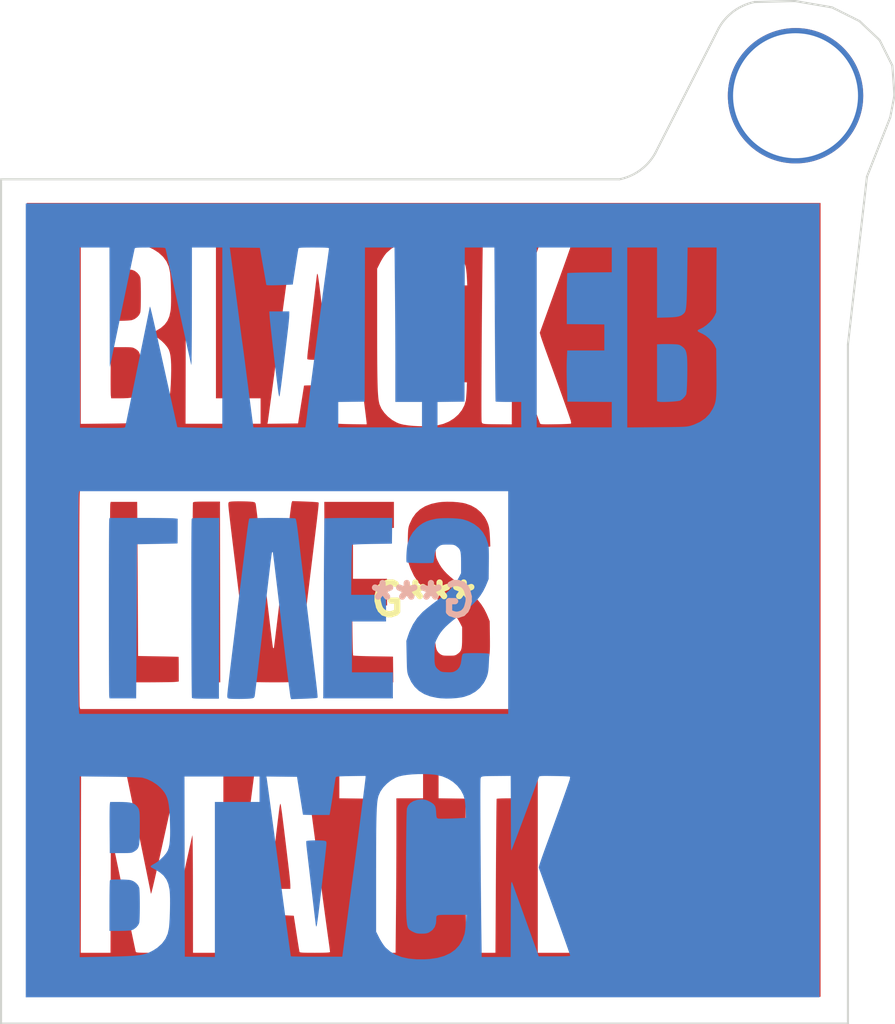
<source format=kicad_pcb>
(kicad_pcb (version 20200909) (generator pcbnew)

  (general
    (thickness 1.6)
  )

  (paper "A4")
  (layers
    (0 "F.Cu" signal)
    (31 "B.Cu" signal)
    (32 "B.Adhes" user)
    (33 "F.Adhes" user)
    (34 "B.Paste" user)
    (35 "F.Paste" user)
    (36 "B.SilkS" user)
    (37 "F.SilkS" user)
    (38 "B.Mask" user)
    (39 "F.Mask" user)
    (40 "Dwgs.User" user)
    (41 "Cmts.User" user)
    (42 "Eco1.User" user)
    (43 "Eco2.User" user)
    (44 "Edge.Cuts" user)
    (45 "Margin" user)
    (46 "B.CrtYd" user)
    (47 "F.CrtYd" user)
    (48 "B.Fab" user)
    (49 "F.Fab" user)
  )

  (setup
    (stackup
      (layer "F.SilkS" (type "Top Silk Screen"))
      (layer "F.Paste" (type "Top Solder Paste"))
      (layer "F.Mask" (type "Top Solder Mask") (color "Green") (thickness 0.01))
      (layer "F.Cu" (type "copper") (thickness 0.035))
      (layer "dielectric 1" (type "core") (thickness 1.51) (material "FR4") (epsilon_r 4.5) (loss_tangent 0.02))
      (layer "B.Cu" (type "copper") (thickness 0.035))
      (layer "B.Mask" (type "Bottom Solder Mask") (color "Green") (thickness 0.01))
      (layer "B.Paste" (type "Bottom Solder Paste"))
      (layer "B.SilkS" (type "Bottom Silk Screen"))
      (copper_finish "None")
      (dielectric_constraints no)
    )
    (pcbplotparams
      (layerselection 0x010fc_ffffffff)
      (usegerberextensions false)
      (usegerberattributes true)
      (usegerberadvancedattributes true)
      (creategerberjobfile true)
      (svguseinch false)
      (svgprecision 6)
      (excludeedgelayer true)
      (linewidth 0.100000)
      (plotframeref false)
      (viasonmask false)
      (mode 1)
      (useauxorigin false)
      (hpglpennumber 1)
      (hpglpenspeed 20)
      (hpglpendiameter 15.000000)
      (psnegative false)
      (psa4output false)
      (plotreference true)
      (plotvalue true)
      (plotinvisibletext false)
      (sketchpadsonfab false)
      (subtractmaskfromsilk false)
      (outputformat 1)
      (mirror false)
      (drillshape 0)
      (scaleselection 1)
      (outputdirectory "gerbers/keychain/")
    )
  )


  (net 0 "")

  (module "art:blm-1-5-inch-f-cu" (layer "F.Cu") (tedit 0) (tstamp d0883450-8e26-4762-bc4a-3798f21c4800)
    (at 149.352 74.4728)
    (attr through_hole)
    (fp_text reference "G***" (at 0 0) (layer "F.SilkS")
      (effects (font (size 1.524 1.524) (thickness 0.3)))
      (tstamp 8b642281-845a-4a2b-bba5-3a3f019c6dfd)
    )
    (fp_text value "LOGO" (at 0.75 0) (layer "F.SilkS") hide
      (effects (font (size 1.524 1.524) (thickness 0.3)))
      (tstamp 0c5dc356-6581-483d-8590-b803f19cd95e)
    )
    (fp_poly (pts (xy -6.865826 9.820248)
      (xy -6.851526 9.903167)
      (xy -6.831569 10.038322)
      (xy -6.805857 10.226494)
      (xy -6.77429 10.468464)
      (xy -6.73677 10.765014)
      (xy -6.693197 11.116926)
      (xy -6.643473 11.524979)
      (xy -6.587498 11.989955)
      (xy -6.525174 12.512636)
      (xy -6.463036 13.037574)
      (xy -6.442622 13.219916)
      (xy -6.425116 13.394145)
      (xy -6.411762 13.546431)
      (xy -6.403805 13.662946)
      (xy -6.40211 13.715007)
      (xy -6.40211 13.876201)
      (xy -7.363243 13.876201)
      (xy -7.346542 13.61565)
      (xy -7.340312 13.543298)
      (xy -7.327769 13.418539)
      (xy -7.309684 13.248097)
      (xy -7.286831 13.038696)
      (xy -7.259981 12.797061)
      (xy -7.229908 12.529915)
      (xy -7.197384 12.243984)
      (xy -7.163182 11.945991)
      (xy -7.128075 11.64266)
      (xy -7.092835 11.340717)
      (xy -7.058235 11.046884)
      (xy -7.025048 10.767887)
      (xy -6.994046 10.510449)
      (xy -6.966001 10.281294)
      (xy -6.941688 10.087148)
      (xy -6.935728 10.040554)
      (xy -6.917833 9.923155)
      (xy -6.899137 9.836414)
      (xy -6.882336 9.791424)
      (xy -6.874568 9.788785)) (layer "F.Cu") (width 0) (tstamp 13f1f407-991c-4745-bb7d-5ca1ff14d2b8))
    (fp_poly (pts (xy 1.384816 -4.709039)
      (xy 1.64122 -4.689697)
      (xy 1.872871 -4.656989)
      (xy 1.997546 -4.629931)
      (xy 2.28445 -4.528352)
      (xy 2.539851 -4.381802)
      (xy 2.757798 -4.194812)
      (xy 2.932336 -3.97191)
      (xy 2.986794 -3.877296)
      (xy 3.051098 -3.746697)
      (xy 3.098574 -3.627389)
      (xy 3.132365 -3.505088)
      (xy 3.155616 -3.365511)
      (xy 3.17147 -3.194375)
      (xy 3.182637 -2.987368)
      (xy 3.201055 -2.565241)
      (xy 3.115445 -2.548154)
      (xy 3.058257 -2.542572)
      (xy 2.953108 -2.537754)
      (xy 2.811589 -2.534022)
      (xy 2.645294 -2.531697)
      (xy 2.499694 -2.531067)
      (xy 2.299003 -2.532055)
      (xy 2.150167 -2.535397)
      (xy 2.045513 -2.541659)
      (xy 1.977367 -2.551408)
      (xy 1.938057 -2.565211)
      (xy 1.927279 -2.57334)
      (xy 1.90249 -2.625385)
      (xy 1.8808 -2.720343)
      (xy 1.866885 -2.831763)
      (xy 1.832629 -3.041727)
      (xy 1.767539 -3.204347)
      (xy 1.668942 -3.324757)
      (xy 1.577464 -3.38726)
      (xy 1.505451 -3.421786)
      (xy 1.436814 -3.442039)
      (xy 1.353266 -3.45079)
      (xy 1.236516 -3.450814)
      (xy 1.171455 -3.448829)
      (xy 1.038939 -3.442698)
      (xy 0.949264 -3.432593)
      (xy 0.885719 -3.414176)
      (xy 0.831592 -3.383111)
      (xy 0.787485 -3.349196)
      (xy 0.709853 -3.282001)
      (xy 0.652485 -3.217256)
      (xy 0.61258 -3.144724)
      (xy 0.587337 -3.054165)
      (xy 0.573953 -2.935343)
      (xy 0.569628 -2.778018)
      (xy 0.571559 -2.571953)
      (xy 0.571758 -2.560844)
      (xy 0.575432 -2.378303)
      (xy 0.580047 -2.243246)
      (xy 0.587422 -2.143609)
      (xy 0.599373 -2.067329)
      (xy 0.617717 -2.002341)
      (xy 0.644273 -1.936582)
      (xy 0.676141 -1.86794)
      (xy 0.759326 -1.708141)
      (xy 0.854571 -1.558933)
      (xy 0.968046 -1.413919)
      (xy 1.10592 -1.266702)
      (xy 1.274363 -1.110885)
      (xy 1.479545 -0.94007)
      (xy 1.727636 -0.74786)
      (xy 1.831301 -0.670217)
      (xy 2.130375 -0.437511)
      (xy 2.380648 -0.218514)
      (xy 2.588824 -0.005359)
      (xy 2.76161 0.209824)
      (xy 2.905713 0.434902)
      (xy 3.027838 0.677743)
      (xy 3.075067 0.789097)
      (xy 3.171278 1.027315)
      (xy 3.180161 1.780295)
      (xy 3.182373 2.030104)
      (xy 3.18222 2.228785)
      (xy 3.179366 2.384729)
      (xy 3.173472 2.506328)
      (xy 3.164201 2.601974)
      (xy 3.151216 2.680058)
      (xy 3.14244 2.718278)
      (xy 3.04017 3.014991)
      (xy 2.892762 3.272906)
      (xy 2.700488 3.491756)
      (xy 2.463622 3.671273)
      (xy 2.182437 3.811188)
      (xy 1.95041 3.887876)
      (xy 1.823502 3.912238)
      (xy 1.652763 3.930895)
      (xy 1.453678 3.943488)
      (xy 1.241729 3.949658)
      (xy 1.0324 3.949049)
      (xy 0.841175 3.9413)
      (xy 0.683537 3.926054)
      (xy 0.636048 3.918294)
      (xy 0.388273 3.862267)
      (xy 0.183966 3.793743)
      (xy 0.007242 3.705145)
      (xy -0.157782 3.588892)
      (xy -0.282142 3.4802)
      (xy -0.473483 3.262465)
      (xy -0.619778 3.013103)
      (xy -0.715381 2.742988)
      (xy -0.744165 2.590621)
      (xy -0.760555 2.441677)
      (xy -0.772502 2.285564)
      (xy -0.779679 2.134623)
      (xy -0.781761 2.001192)
      (xy -0.778424 1.897609)
      (xy -0.769342 1.836215)
      (xy -0.764298 1.826495)
      (xy -0.726383 1.816961)
      (xy -0.639967 1.808615)
      (xy -0.516009 1.801603)
      (xy -0.365467 1.796072)
      (xy -0.199302 1.792165)
      (xy -0.028473 1.790029)
      (xy 0.136061 1.78981)
      (xy 0.28334 1.791653)
      (xy 0.402405 1.795703)
      (xy 0.482297 1.802107)
      (xy 0.511263 1.809552)
      (xy 0.527233 1.851068)
      (xy 0.544229 1.936056)
      (xy 0.559277 2.048568)
      (xy 0.563224 2.088096)
      (xy 0.588106 2.270431)
      (xy 0.628157 2.406573)
      (xy 0.689063 2.50912)
      (xy 0.776511 2.590673)
      (xy 0.796333 2.604656)
      (xy 0.853005 2.639467)
      (xy 0.909409 2.661574)
      (xy 0.981014 2.673804)
      (xy 1.083293 2.678983)
      (xy 1.208423 2.679953)
      (xy 1.347579 2.678889)
      (xy 1.442727 2.67358)
      (xy 1.509403 2.660846)
      (xy 1.563146 2.63751)
      (xy 1.619491 2.600395)
      (xy 1.628246 2.594082)
      (xy 1.701862 2.535506)
      (xy 1.756929 2.474776)
      (xy 1.796079 2.40234)
      (xy 1.821946 2.308648)
      (xy 1.837164 2.184149)
      (xy 1.844368 2.019291)
      (xy 1.84619 1.804524)
      (xy 1.84619 1.308712)
      (xy 1.74438 1.108459)
      (xy 1.644728 0.931657)
      (xy 1.528146 0.764003)
      (xy 1.388126 0.598733)
      (xy 1.218158 0.429085)
      (xy 1.011732 0.248293)
      (xy 0.762339 0.049596)
      (xy 0.625322 -0.054226)
      (xy 0.466795 -0.174635)
      (xy 0.31162 -0.295828)
      (xy 0.171359 -0.408534)
      (xy 0.057574 -0.50348)
      (xy -0.010936 -0.564469)
      (xy -0.259226 -0.837896)
      (xy -0.466031 -1.15063)
      (xy -0.633152 -1.505623)
      (xy -0.70152 -1.69719)
      (xy -0.781707 -1.944893)
      (xy -0.767147 -2.692083)
      (xy -0.762312 -2.924936)
      (xy -0.757431 -3.107107)
      (xy -0.751672 -3.247466)
      (xy -0.744206 -3.35488)
      (xy -0.734201 -3.438217)
      (xy -0.720827 -3.506347)
      (xy -0.703253 -3.568136)
      (xy -0.680648 -3.632454)
      (xy -0.678533 -3.638147)
      (xy -0.548182 -3.917737)
      (xy -0.38086 -4.153447)
      (xy -0.174893 -4.34642)
      (xy 0.071392 -4.497798)
      (xy 0.359669 -4.608724)
      (xy 0.691611 -4.680339)
      (xy 0.88034 -4.702276)
      (xy 1.124306 -4.713678)) (layer "F.Cu") (width 0) (tstamp 20cb6bbb-66f3-4fa2-9cf8-6192ac091bef))
    (fp_poly (pts (xy -5.693975 -4.722135)
      (xy -5.507806 -4.71473)
      (xy -5.34193 -4.706214)
      (xy -5.205542 -4.697214)
      (xy -5.107837 -4.688362)
      (xy -5.058009 -4.680285)
      (xy -5.053974 -4.678336)
      (xy -5.049711 -4.673355)
      (xy -5.046302 -4.665388)
      (xy -5.044084 -4.651439)
      (xy -5.043398 -4.628507)
      (xy -5.044583 -4.593596)
      (xy -5.047978 -4.543707)
      (xy -5.053922 -4.475842)
      (xy -5.062753 -4.387002)
      (xy -5.074812 -4.274189)
      (xy -5.090438 -4.134405)
      (xy -5.109969 -3.964652)
      (xy -5.133744 -3.761931)
      (xy -5.162104 -3.523244)
      (xy -5.195386 -3.245593)
      (xy -5.233931 -2.925979)
      (xy -5.278077 -2.561405)
      (xy -5.328163 -2.148872)
      (xy -5.384529 -1.685382)
      (xy -5.447513 -1.167936)
      (xy -5.497268 -0.75932)
      (xy -5.552439 -0.306242)
      (xy -5.606897 0.140978)
      (xy -5.660053 0.577501)
      (xy -5.711316 0.998485)
      (xy -5.760097 1.39909)
      (xy -5.805807 1.774473)
      (xy -5.847857 2.119795)
      (xy -5.885656 2.430214)
      (xy -5.918616 2.70089)
      (xy -5.946147 2.926981)
      (xy -5.967659 3.103647)
      (xy -5.982563 3.226047)
      (xy -5.982588 3.226251)
      (xy -6.01382 3.47221)
      (xy -6.040921 3.662159)
      (xy -6.064484 3.799456)
      (xy -6.085099 3.887458)
      (xy -6.10336 3.929523)
      (xy -6.107213 3.933005)
      (xy -6.147612 3.94033)
      (xy -6.238414 3.94649)
      (xy -6.37152 3.951498)
      (xy -6.538829 3.955366)
      (xy -6.73224 3.958106)
      (xy -6.943654 3.95973)
      (xy -7.16497 3.960251)
      (xy -7.388086 3.959681)
      (xy -7.604904 3.958032)
      (xy -7.807321 3.955316)
      (xy -7.987239 3.951547)
      (xy -8.136556 3.946735)
      (xy -8.247172 3.940893)
      (xy -8.310986 3.934034)
      (xy -8.32333 3.929648)
      (xy -8.330228 3.913277)
      (xy -8.338324 3.882938)
      (xy -8.348023 3.835565)
      (xy -8.359729 3.76809)
      (xy -8.373846 3.677446)
      (xy -8.390779 3.560566)
      (xy -8.410933 3.414384)
      (xy -8.434712 3.235832)
      (xy -8.46252 3.021843)
      (xy -8.494763 2.769349)
      (xy -8.531843 2.475285)
      (xy -8.574166 2.136583)
      (xy -8.622137 1.750176)
      (xy -8.676159 1.312996)
      (xy -8.736638 0.821977)
      (xy -8.784605 0.43177)
      (xy -8.862993 -0.206523)
      (xy -8.934382 -0.788338)
      (xy -8.999084 -1.316301)
      (xy -9.057412 -1.793038)
      (xy -9.109677 -2.221174)
      (xy -9.156193 -2.603336)
      (xy -9.197271 -2.942149)
      (xy -9.233223 -3.24024)
      (xy -9.264362 -3.500234)
      (xy -9.291 -3.724758)
      (xy -9.313448 -3.916436)
      (xy -9.33202 -4.077896)
      (xy -9.347027 -4.211763)
      (xy -9.358782 -4.320663)
      (xy -9.367597 -4.407222)
      (xy -9.373784 -4.474066)
      (xy -9.377655 -4.523821)
      (xy -9.379522 -4.559112)
      (xy -9.379811 -4.574531)
      (xy -9.3757 -4.653753)
      (xy -9.354726 -4.69316)
      (xy -9.303994 -4.712359)
      (xy -9.286782 -4.715973)
      (xy -9.214082 -4.723691)
      (xy -9.09604 -4.728774)
      (xy -8.946806 -4.73131)
      (xy -8.78053 -4.731383)
      (xy -8.611361 -4.729077)
      (xy -8.45345 -4.724479)
      (xy -8.320947 -4.717673)
      (xy -8.23445 -4.709642)
      (xy -8.145578 -4.694653)
      (xy -8.098083 -4.671856)
      (xy -8.074014 -4.628266)
      (xy -8.063117 -4.585698)
      (xy -8.056093 -4.54047)
      (xy -8.042797 -4.440706)
      (xy -8.023787 -4.291034)
      (xy -7.999623 -4.096079)
      (xy -7.970866 -3.860467)
      (xy -7.938075 -3.588825)
      (xy -7.90181 -3.285778)
      (xy -7.862631 -2.955953)
      (xy -7.821098 -2.603975)
      (xy -7.777771 -2.234471)
      (xy -7.75678 -2.054631)
      (xy -7.687809 -1.462852)
      (xy -7.625394 -0.927392)
      (xy -7.56919 -0.445419)
      (xy -7.518849 -0.014099)
      (xy -7.474026 0.369401)
      (xy -7.434374 0.707915)
      (xy -7.399548 1.004277)
      (xy -7.3692 1.261319)
      (xy -7.342986 1.481875)
      (xy -7.320558 1.668778)
      (xy -7.301571 1.824862)
      (xy -7.285678 1.952961)
      (xy -7.272533 2.055906)
      (xy -7.261791 2.136533)
      (xy -7.253104 2.197674)
      (xy -7.246126 2.242163)
      (xy -7.240512 2.272833)
      (xy -7.235915 2.292518)
      (xy -7.231989 2.30405)
      (xy -7.228388 2.310264)
      (xy -7.224765 2.313993)
      (xy -7.222782 2.315865)
      (xy -7.194708 2.320924)
      (xy -7.193868 2.320144)
      (xy -7.188881 2.289549)
      (xy -7.177434 2.203488)
      (xy -7.159971 2.065648)
      (xy -7.136939 1.879716)
      (xy -7.108779 1.649381)
      (xy -7.075938 1.378328)
      (xy -7.03886 1.070245)
      (xy -6.997988 0.728819)
      (xy -6.953768 0.357738)
      (xy -6.906644 -0.039312)
      (xy -6.857059 -0.458644)
      (xy -6.805459 -0.896569)
      (xy -6.777295 -1.136231)
      (xy -6.724526 -1.584143)
      (xy -6.673241 -2.016461)
      (xy -6.623906 -2.429399)
      (xy -6.576991 -2.819169)
      (xy -6.532963 -3.181985)
      (xy -6.492288 -3.51406)
      (xy -6.455435 -3.811607)
      (xy -6.422872 -4.070841)
      (xy -6.395066 -4.287973)
      (xy -6.372484 -4.459217)
      (xy -6.355595 -4.580787)
      (xy -6.344865 -4.648895)
      (xy -6.341938 -4.661765)
      (xy -6.310927 -4.743332)) (layer "F.Cu") (width 0) (tstamp 28ae0f95-7b0a-4dce-9452-ec6bcb9534c4))
    (fp_poly (pts (xy 19.057444 19.057444)
      (xy -19.057444 19.057444)
      (xy -19.057444 16.944324)
      (xy -9.263625 16.944324)
      (xy -8.540078 16.936347)
      (xy -7.81653 16.92837)
      (xy -7.66168 16.049941)
      (xy -7.62271 15.828422)
      (xy -7.587238 15.625927)
      (xy -7.556551 15.449874)
      (xy -7.531938 15.307679)
      (xy -7.514684 15.20676)
      (xy -7.506078 15.154534)
      (xy -7.50535 15.149179)
      (xy -7.474909 15.136797)
      (xy -7.386438 15.12973)
      (xy -7.241226 15.127982)
      (xy -7.040559 15.131556)
      (xy -6.785727 15.140459)
      (xy -6.654511 15.146169)
      (xy -6.236923 15.165274)
      (xy -6.108382 16.002156)
      (xy -6.074633 16.220505)
      (xy -6.043197 16.421286)
      (xy -6.015359 16.596479)
      (xy -5.992409 16.738066)
      (xy -5.975634 16.83803)
      (xy -5.966321 16.888351)
      (xy -5.96564 16.891149)
      (xy -5.957111 16.907445)
      (xy -5.93685 16.919961)
      (xy -5.897843 16.929188)
      (xy -5.833075 16.935621)
      (xy -5.735532 16.93975)
      (xy -5.598198 16.94207)
      (xy -5.414059 16.943073)
      (xy -5.223902 16.943259)
      (xy -4.986907 16.9426)
      (xy -4.803832 16.940429)
      (xy -4.669053 16.936455)
      (xy -4.576949 16.930388)
      (xy -4.521897 16.921935)
      (xy -4.498274 16.910806)
      (xy -4.496366 16.905593)
      (xy -4.500374 16.866804)
      (xy -4.51165 16.77745)
      (xy -4.529069 16.645927)
      (xy -4.551506 16.480631)
      (xy -4.577836 16.289956)
      (xy -4.601067 16.12394)
      (xy -4.627035 15.937392)
      (xy -4.659366 15.701856)
      (xy -4.696702 15.427394)
      (xy -4.737688 15.124071)
      (xy -4.780967 14.80195)
      (xy -4.825181 14.471094)
      (xy -4.868974 14.141567)
      (xy -4.900115 13.905979)
      (xy -4.946763 13.552329)
      (xy -4.998073 13.163584)
      (xy -5.052084 12.75458)
      (xy -5.106835 12.340159)
      (xy -5.160367 11.935158)
      (xy -5.210718 11.554416)
      (xy -5.255928 11.212773)
      (xy -5.269944 11.106917)
      (xy -5.310034 10.802772)
      (xy -5.350685 10.491744)
      (xy -5.390566 10.184204)
      (xy -5.428345 9.890521)
      (xy -5.462689 9.621067)
      (xy -5.492267 9.386212)
      (xy -5.515747 9.196327)
      (xy -5.522373 9.141618)
      (xy -5.545975 8.946754)
      (xy -5.568143 8.766548)
      (xy -5.587581 8.611308)
      (xy -5.602995 8.491344)
      (xy -5.613089 8.416965)
      (xy -5.614959 8.404631)
      (xy -5.6306 8.307854)
      (xy -4.049707 8.307854)
      (xy -4.049707 9.527538)
      (xy -3.41694 9.535574)
      (xy -2.784174 9.543611)
      (xy -2.769052 16.943259)
      (xy -1.349752 16.943259)
      (xy -1.330001 15.000293)
      (xy -1.32621 14.594601)
      (xy -1.322657 14.150947)
      (xy -1.319413 13.682534)
      (xy -1.316547 13.202565)
      (xy -1.314131 12.724243)
      (xy -1.312234 12.26077)
      (xy -1.310928 11.82535)
      (xy -1.310282 11.431186)
      (xy -1.310225 11.293024)
      (xy -1.310199 9.528722)
      (xy -0.029777 9.528722)
      (xy -0.029777 8.307854)
      (xy 0.714654 8.307854)
      (xy 0.714654 9.527561)
      (xy 1.362309 9.535586)
      (xy 2.009965 9.543611)
      (xy 2.017525 13.243435)
      (xy 2.025086 16.943259)
      (xy 3.446189 16.943259)
      (xy 3.468213 13.258323)
      (xy 3.47109 12.794649)
      (xy 3.474072 12.347478)
      (xy 3.477123 11.920423)
      (xy 3.480211 11.517097)
      (xy 3.483298 11.141111)
      (xy 3.486353 10.796079)
      (xy 3.489338 10.485614)
      (xy 3.492221 10.213328)
      (xy 3.494966 9.982833)
      (xy 3.497538 9.797743)
      (xy 3.499904 9.66167)
      (xy 3.502028 9.578226)
      (xy 3.503733 9.551055)
      (xy 3.536246 9.544321)
      (xy 3.619232 9.538401)
      (xy 3.743611 9.533621)
      (xy 3.900303 9.530307)
      (xy 4.080228 9.528785)
      (xy 4.125907 9.528722)
      (xy 4.734584 9.528722)
      (xy 4.734584 8.307854)
      (xy 5.479015 8.307854)
      (xy 5.479015 16.943259)
      (xy 9.082063 16.943259)
      (xy 9.826495 16.943259)
      (xy 11.255803 16.943259)
      (xy 11.255803 13.572308)
      (xy 11.739683 13.583795)
      (xy 11.966784 13.59224)
      (xy 12.144062 13.607096)
      (xy 12.281115 13.630825)
      (xy 12.387545 13.665885)
      (xy 12.472949 13.714735)
      (xy 12.546928 13.779835)
      (xy 12.560301 13.794044)
      (xy 12.586691 13.828208)
      (xy 12.609237 13.872037)
      (xy 12.628332 13.930405)
      (xy 12.644366 14.008189)
      (xy 12.657732 14.110262)
      (xy 12.668822 14.241501)
      (xy 12.678027 14.406779)
      (xy 12.685741 14.610973)
      (xy 12.692353 14.858957)
      (xy 12.698257 15.155606)
      (xy 12.703844 15.505796)
      (xy 12.705146 15.595838)
      (xy 12.724335 16.943259)
      (xy 14.116913 16.943259)
      (xy 14.108222 15.387397)
      (xy 14.099531 13.831536)
      (xy 14.016326 13.6621)
      (xy 13.922567 13.51482)
      (xy 13.790109 13.364121)
      (xy 13.634497 13.223803)
      (xy 13.471277 13.107665)
      (xy 13.315995 13.029506)
      (xy 13.295545 13.022305)
      (xy 13.233397 12.990752)
      (xy 13.206258 12.955119)
      (xy 13.206213 12.95387)
      (xy 13.211643 12.927843)
      (xy 13.234977 12.902905)
      (xy 13.286779 12.872121)
      (xy 13.377613 12.828556)
      (xy 13.440734 12.799918)
      (xy 13.593987 12.709431)
      (xy 13.749929 12.58094)
      (xy 13.890378 12.432006)
      (xy 13.997154 12.280192)
      (xy 14.016509 12.24374)
      (xy 14.099531 12.074677)
      (xy 14.108953 10.961248)
      (xy 14.111228 10.632732)
      (xy 14.11157 10.357173)
      (xy 14.109316 10.127989)
      (xy 14.103805 9.938596)
      (xy 14.094376 9.78241)
      (xy 14.080367 9.652849)
      (xy 14.061117 9.543328)
      (xy 14.035965 9.447266)
      (xy 14.004249 9.358077)
      (xy 13.965307 9.26918)
      (xy 13.932122 9.201053)
      (xy 13.776616 8.955612)
      (xy 13.574226 8.746716)
      (xy 13.3253 8.574636)
      (xy 13.030185 8.439641)
      (xy 12.89334 8.394304)
      (xy 12.839668 8.378876)
      (xy 12.787093 8.365958)
      (xy 12.729819 8.355271)
      (xy 12.662045 8.346537)
      (xy 12.577973 8.339476)
      (xy 12.471804 8.333811)
      (xy 12.337739 8.329262)
      (xy 12.16998 8.325551)
      (xy 11.962728 8.322399)
      (xy 11.710184 8.319529)
      (xy 11.40655 8.31666)
      (xy 11.248359 8.315267)
      (xy 9.826495 8.302883)
      (xy 9.826495 16.943259)
      (xy 9.082063 16.943259)
      (xy 9.082063 15.756253)
      (xy 8.027415 15.746766)
      (xy 7.782197 15.74389)
      (xy 7.555787 15.739945)
      (xy 7.355093 15.735151)
      (xy 7.187028 15.729728)
      (xy 7.0585 15.723896)
      (xy 6.976419 15.717873)
      (xy 6.947989 15.71249)
      (xy 6.942617 15.67825)
      (xy 6.937645 15.59088)
      (xy 6.933202 15.456802)
      (xy 6.929419 15.28244)
      (xy 6.926422 15.074216)
      (xy 6.924341 14.838553)
      (xy 6.923305 14.581875)
      (xy 6.923212 14.476734)
      (xy 6.923212 13.265768)
      (xy 8.724736 13.250006)
      (xy 8.724736 12.000234)
      (xy 6.944292 12.000234)
      (xy 6.922815 11.570618)
      (xy 6.917828 11.41777)
      (xy 6.91538 11.219733)
      (xy 6.915418 10.990814)
      (xy 6.917894 10.745323)
      (xy 6.922755 10.497568)
      (xy 6.927164 10.342306)
      (xy 6.952989 9.543611)
      (xy 8.017526 9.53579)
      (xy 9.082063 9.52797)
      (xy 9.082063 8.307854)
      (xy 5.479015 8.307854)
      (xy 4.734584 8.307854)
      (xy 0.714654 8.307854)
      (xy -0.029777 8.307854)
      (xy -4.049707 8.307854)
      (xy -5.6306 8.307854)
      (xy -8.125542 8.307854)
      (xy -8.143145 8.434408)
      (xy -8.150233 8.487525)
      (xy -8.16415 8.593774)
      (xy -8.184126 8.74722)
      (xy -8.209392 8.941928)
      (xy -8.239179 9.171961)
      (xy -8.272719 9.431385)
      (xy -8.309242 9.714264)
      (xy -8.34798 10.014662)
      (xy -8.367856 10.168933)
      (xy -8.418675 10.563368)
      (xy -8.462567 10.903731)
      (xy -8.500189 11.19502)
      (xy -8.532198 11.442234)
      (xy -8.559249 11.650369)
      (xy -8.581998 11.824425)
      (xy -8.601103 11.969399)
      (xy -8.617218 12.090289)
      (xy -8.631 12.192093)
      (xy -8.643106 12.27981)
      (xy -8.654192 12.358436)
      (xy -8.664913 12.432971)
      (xy -8.666936 12.446893)
      (xy -8.677105 12.520086)
      (xy -8.69384 12.64449)
      (xy -8.716107 12.812251)
      (xy -8.742871 13.015512)
      (xy -8.7731 13.246418)
      (xy -8.805758 13.497112)
      (xy -8.839812 13.759739)
      (xy -8.843321 13.78687)
      (xy -8.877626 14.051821)
      (xy -8.910754 14.306977)
      (xy -8.941646 14.544235)
      (xy -8.969243 14.755492)
      (xy -8.992487 14.932646)
      (xy -9.010318 15.067593)
      (xy -9.021679 15.152231)
      (xy -9.022282 15.156623)
      (xy -9.035239 15.252505)
      (xy -9.054221 15.395263)
      (xy -9.077623 15.572709)
      (xy -9.103839 15.772655)
      (xy -9.131265 15.982914)
      (xy -9.141909 16.06483)
      (xy -9.168179 16.265982)
      (xy -9.192826 16.452405)
      (xy -9.214526 16.614261)
      (xy -9.231953 16.741708)
      (xy -9.243783 16.824906)
      (xy -9.247216 16.847016)
      (xy -9.263625 16.944324)
      (xy -19.057444 16.944324)
      (xy -19.057444 16.943259)
      (xy -16.467023 16.943259)
      (xy -15.037811 16.943259)
      (xy -15.030219 14.065981)
      (xy -15.022626 11.188704)
      (xy -14.432192 14.013871)
      (xy -14.348199 14.415591)
      (xy -14.267477 14.80132)
      (xy -14.19088 15.166996)
      (xy -14.119263 15.508557)
      (xy -14.053479 15.82194)
      (xy -13.994383 16.103085)
      (xy -13.942828 16.347928)
      (xy -13.899669 16.552407)
      (xy -13.86576 16.712461)
      (xy -13.841955 16.824028)
      (xy -13.829108 16.883045)
      (xy -13.827196 16.891149)
      (xy -13.818535 16.907466)
      (xy -13.798136 16.919992)
      (xy -13.758973 16.929223)
      (xy -13.694017 16.935652)
      (xy -13.59624 16.939774)
      (xy -13.458614 16.942085)
      (xy -13.274111 16.943079)
      (xy -13.087105 16.943259)
      (xy -12.859793 16.942962)
      (xy -12.684994 16.941743)
      (xy -12.555669 16.939105)
      (xy -12.464778 16.934555)
      (xy -12.405281 16.927596)
      (xy -12.370138 16.917736)
      (xy -12.35231 16.904478)
      (xy -12.345801 16.891149)
      (xy -12.337256 16.855088)
      (xy -12.316868 16.764981)
      (xy -12.285551 16.624956)
      (xy -12.244217 16.439137)
      (xy -12.193779 16.211653)
      (xy -12.135149 15.94663)
      (xy -12.06924 15.648194)
      (xy -11.996965 15.320472)
      (xy -11.919237 14.967591)
      (xy -11.836969 14.593678)
      (xy -11.751072 14.202859)
      (xy -11.731647 14.11442)
      (xy -11.644838 13.719427)
      (xy -11.561275 13.339738)
      (xy -11.481889 12.979552)
      (xy -11.407611 12.643071)
      (xy -11.339372 12.334497)
      (xy -11.278104 12.058031)
      (xy -11.224737 11.817873)
      (xy -11.180204 11.618227)
      (xy -11.145436 11.463292)
      (xy -11.121363 11.35727)
      (xy -11.108917 11.304363)
      (xy -11.107889 11.300469)
      (xy -11.104074 11.316021)
      (xy -11.100409 11.387696)
      (xy -11.096929 11.512063)
      (xy -11.093669 11.685691)
      (xy -11.090664 11.905149)
      (xy -11.087947 12.167005)
      (xy -11.085555 12.467829)
      (xy -11.08352 12.804189)
      (xy -11.081879 13.172654)
      (xy -11.080666 13.569793)
      (xy -11.079915 13.992175)
      (xy -11.079825 14.077198)
      (xy -11.07714 16.943259)
      (xy -9.618054 16.943259)
      (xy -9.618054 8.268883)
      (xy -10.696858 8.290228)
      (xy -10.943827 8.295261)
      (xy -11.171105 8.300176)
      (xy -11.372039 8.304805)
      (xy -11.539978 8.308985)
      (xy -11.66827 8.312549)
      (xy -11.750265 8.315333)
      (xy -11.779306 8.317158)
      (xy -11.786125 8.346375)
      (xy -11.804952 8.429789)
      (xy -11.834907 8.563456)
      (xy -11.875111 8.74343)
      (xy -11.924688 8.965765)
      (xy -11.982757 9.226516)
      (xy -12.048441 9.521736)
      (xy -12.12086 9.84748)
      (xy -12.199138 10.199803)
      (xy -12.282394 10.574758)
      (xy -12.369751 10.968401)
      (xy -12.413688 11.166471)
      (xy -12.523654 11.661861)
      (xy -12.621551 12.10193)
      (xy -12.708047 12.489536)
      (xy -12.783811 12.827535)
      (xy -12.849513 13.118783)
      (xy -12.905821 13.366137)
      (xy -12.953405 13.572452)
      (xy -12.992934 13.740585)
      (xy -13.025076 13.873393)
      (xy -13.0505 13.973731)
      (xy -13.069876 14.044457)
      (xy -13.083872 14.088426)
      (xy -13.093157 14.108495)
      (xy -13.098402 14.10752)
      (xy -13.099978 14.096667)
      (xy -13.106166 14.062713)
      (xy -13.123378 13.975277)
      (xy -13.150621 13.839203)
      (xy -13.186902 13.659341)
      (xy -13.231228 13.440535)
      (xy -13.282606 13.187632)
      (xy -13.340043 12.90548)
      (xy -13.402546 12.598925)
      (xy -13.469123 12.272813)
      (xy -13.538779 11.931991)
      (xy -13.610524 11.581306)
      (xy -13.683362 11.225604)
      (xy -13.756302 10.869732)
      (xy -13.828351 10.518536)
      (xy -13.898515 10.176864)
      (xy -13.965803 9.849562)
      (xy -14.029219 9.541476)
      (xy -14.087773 9.257453)
      (xy -14.140471 9.002339)
      (xy -14.18632 8.780982)
      (xy -14.224327 8.598228)
      (xy -14.253499 8.458924)
      (xy -14.272843 8.367915)
      (xy -14.281366 8.33005)
      (xy -14.281435 8.329818)
      (xy -14.288786 8.31609)
      (xy -14.305502 8.305063)
      (xy -14.337343 8.296502)
      (xy -14.390074 8.290172)
      (xy -14.469458 8.285836)
      (xy -14.581256 8.283259)
      (xy -14.731234 8.282206)
      (xy -14.925153 8.282442)
      (xy -15.168776 8.283731)
      (xy -15.374633 8.285152)
      (xy -16.451935 8.292966)
      (xy -16.459479 12.618112)
      (xy -16.467023 16.943259)
      (xy -19.057444 16.943259)
      (xy -19.057444 0.386551)
      (xy -16.540767 0.386551)
      (xy -16.540632 0.865302)
      (xy -16.540295 1.337276)
      (xy -16.539757 1.798681)
      (xy -16.539015 2.245723)
      (xy -16.53807 2.674607)
      (xy -16.536922 3.08154)
      (xy -16.535569 3.462728)
      (xy -16.53401 3.814379)
      (xy -16.532247 4.132697)
      (xy -16.530276 4.413889)
      (xy -16.528099 4.654162)
      (xy -16.525715 4.849722)
      (xy -16.523122 4.996775)
      (xy -16.520321 5.091528)
      (xy -16.517584 5.129132)
      (xy -16.493902 5.240797)
      (xy 4.109261 5.240797)
      (xy 4.109261 -5.449238)
      (xy -16.490725 -5.449238)
      (xy -16.515996 -5.099355)
      (xy -16.519006 -5.02813)
      (xy -16.521823 -4.902981)
      (xy -16.524448 -4.727703)
      (xy -16.52688 -4.50609)
      (xy -16.529118 -4.241934)
      (xy -16.531161 -3.93903)
      (xy -16.533009 -3.601172)
      (xy -16.534661 -3.232152)
      (xy -16.536118 -2.835766)
      (xy -16.537377 -2.415806)
      (xy -16.538439 -1.976066)
      (xy -16.539303 -1.52034)
      (xy -16.539968 -1.052422)
      (xy -16.540435 -0.576104)
      (xy -16.540701 -0.095183)
      (xy -16.540767 0.386551)
      (xy -19.057444 0.386551)
      (xy -19.057444 -8.451023)
      (xy -16.466823 -8.451023)
      (xy -16.007083 -8.455698)
      (xy -7.505265 -8.455698)
      (xy -6.767846 -8.463664)
      (xy -6.030426 -8.47163)
      (xy -6.005929 -8.635405)
      (xy -5.994364 -8.710782)
      (xy -5.975031 -8.834579)
      (xy -5.949569 -8.99641)
      (xy -5.919613 -9.185885)
      (xy -5.886802 -9.39262)
      (xy -5.864221 -9.534455)
      (xy -5.83211 -9.736531)
      (xy -5.803357 -9.918696)
      (xy -5.779225 -10.072842)
      (xy -5.760981 -10.190858)
      (xy -5.749887 -10.264634)
      (xy -5.747011 -10.286331)
      (xy -5.71867 -10.291215)
      (xy -5.639388 -10.29553)
      (xy -5.51778 -10.299052)
      (xy -5.362459 -10.301558)
      (xy -5.182039 -10.302823)
      (xy -5.109166 -10.302931)
      (xy -4.471321 -10.302931)
      (xy -4.454014 -10.221044)
      (xy -4.444775 -10.169936)
      (xy -4.427815 -10.068892)
      (xy -4.404582 -9.92682)
      (xy -4.376521 -9.752629)
      (xy -4.345081 -9.555227)
      (xy -4.317407 -9.379836)
      (xy -4.284285 -9.170007)
      (xy -4.253379 -8.97606)
      (xy -4.226129 -8.806887)
      (xy -4.203974 -8.671377)
      (xy -4.188354 -8.578419)
      (xy -4.181372 -8.539891)
      (xy -4.169241 -8.49794)
      (xy -4.145293 -8.472926)
      (xy -4.09567 -8.459388)
      (xy -4.006513 -8.451862)
      (xy -3.950842 -8.449031)
      (xy -3.845771 -8.445119)
      (xy -3.697317 -8.441092)
      (xy -3.52165 -8.437318)
      (xy -3.334941 -8.434162)
      (xy -3.238277 -8.43288)
      (xy -2.739508 -8.426964)
      (xy -2.739508 -8.496625)
      (xy -2.743247 -8.536177)
      (xy -2.754007 -8.629424)
      (xy -2.771104 -8.77101)
      (xy -2.793852 -8.955577)
      (xy -2.821566 -9.177766)
      (xy -2.85356 -9.432221)
      (xy -2.889151 -9.713584)
      (xy -2.927652 -10.016497)
      (xy -2.968378 -10.335602)
      (xy -3.010645 -10.665541)
      (xy -3.053768 -11.000958)
      (xy -3.09706 -11.336493)
      (xy -3.139838 -11.66679)
      (xy -3.181415 -11.986491)
      (xy -3.221107 -12.290238)
      (xy -3.258229 -12.572673)
      (xy -3.292095 -12.82844)
      (xy -3.322021 -13.052179)
      (xy -3.322714 -13.057327)
      (xy -3.341058 -13.194165)
      (xy -3.366166 -13.382421)
      (xy -3.397026 -13.614467)
      (xy -3.432627 -13.882676)
      (xy -3.471958 -14.17942)
      (xy -3.514008 -14.497072)
      (xy -3.557766 -14.828006)
      (xy -3.602219 -15.164592)
      (xy -3.628671 -15.365065)
      (xy -3.699507 -15.902137)
      (xy -2.233294 -15.902137)
      (xy -2.233222 -13.124867)
      (xy -2.232965 -12.589906)
      (xy -2.232149 -12.111001)
      (xy -2.230667 -11.684656)
      (xy -2.228409 -11.307376)
      (xy -2.225266 -10.975663)
      (xy -2.22113 -10.686021)
      (xy -2.215893 -10.434955)
      (xy -2.209444 -10.218967)
      (xy -2.201676 -10.034562)
      (xy -2.19248 -9.878243)
      (xy -2.181746 -9.746513)
      (xy -2.169366 -9.635878)
      (xy -2.155232 -9.542839)
      (xy -2.139234 -9.463902)
      (xy -2.121263 -9.39557)
      (xy -2.116717 -9.380591)
      (xy -2.026086 -9.177439)
      (xy -1.887064 -8.978569)
      (xy -1.710504 -8.794352)
      (xy -1.507257 -8.635156)
      (xy -1.288176 -8.511352)
      (xy -1.150588 -8.457378)
      (xy -0.972324 -8.413108)
      (xy -0.748694 -8.378467)
      (xy -0.493195 -8.354034)
      (xy -0.219323 -8.340387)
      (xy 0.059425 -8.338103)
      (xy 0.329552 -8.347761)
      (xy 0.577563 -8.369937)
      (xy 0.652781 -8.380181)
      (xy 0.943471 -8.449101)
      (xy 1.213347 -8.562381)
      (xy 1.456011 -8.714472)
      (xy 1.665065 -8.899824)
      (xy 1.834112 -9.112887)
      (xy 1.956754 -9.348111)
      (xy 1.99332 -9.473004)
      (xy 2.773509 -9.473004)
      (xy 2.773641 -9.205754)
      (xy 2.774279 -8.979525)
      (xy 2.775445 -8.798339)
      (xy 2.777159 -8.666216)
      (xy 2.779442 -8.587177)
      (xy 2.781119 -8.56677)
      (xy 2.788788 -8.528445)
      (xy 2.800228 -8.498545)
      (xy 2.822238 -8.475962)
      (xy 2.861619 -8.45959)
      (xy 2.925168 -8.448321)
      (xy 3.019685 -8.441049)
      (xy 3.151969 -8.436666)
      (xy 3.328819 -8.434065)
      (xy 3.557034 -8.432139)
      (xy 3.610492 -8.431729)
      (xy 4.22837 -8.426964)
      (xy 4.235815 -9.804162)
      (xy 4.237362 -10.103412)
      (xy 4.238764 -10.399597)
      (xy 4.239987 -10.684193)
      (xy 4.241002 -10.948676)
      (xy 4.241776 -11.184522)
      (xy 4.242278 -11.383207)
      (xy 4.242478 -11.536206)
      (xy 4.242434 -11.605022)
      (xy 4.243479 -11.753929)
      (xy 4.246911 -11.876881)
      (xy 4.252248 -11.964019)
      (xy 4.259009 -12.005485)
      (xy 4.262063 -12.007015)
      (xy 4.276533 -11.975218)
      (xy 4.309561 -11.89302)
      (xy 4.359088 -11.765892)
      (xy 4.423056 -11.599305)
      (xy 4.499406 -11.398731)
      (xy 4.58608 -11.169642)
      (xy 4.681019 -10.917507)
      (xy 4.782164 -10.6478)
      (xy 4.887458 -10.36599)
      (xy 4.994842 -10.077549)
      (xy 5.102256 -9.787948)
      (xy 5.207644 -9.50266)
      (xy 5.308945 -9.227154)
      (xy 5.345734 -9.126729)
      (xy 5.411629 -8.946821)
      (xy 5.471563 -8.783519)
      (xy 5.522172 -8.645954)
      (xy 5.560097 -8.54326)
      (xy 5.581975 -8.484568)
      (xy 5.584952 -8.47679)
      (xy 5.594919 -8.45981)
      (xy 5.614567 -8.446948)
      (xy 5.651046 -8.437775)
      (xy 5.711508 -8.431861)
      (xy 5.803104 -8.428777)
      (xy 5.932984 -8.428095)
      (xy 6.108299 -8.429384)
      (xy 6.329296 -8.432124)
      (xy 6.531228 -8.435705)
      (xy 6.713245 -8.440583)
      (xy 6.866924 -8.446398)
      (xy 6.983842 -8.452789)
      (xy 7.055577 -8.459395)
      (xy 7.074436 -8.463993)
      (xy 7.080065 -8.503524)
      (xy 7.068355 -8.57718)
      (xy 7.058852 -8.61288)
      (xy 7.034626 -8.688305)
      (xy 6.992324 -8.81325)
      (xy 6.934237 -8.981273)
      (xy 6.86266 -9.185932)
      (xy 6.779885 -9.420784)
      (xy 6.688205 -9.679388)
      (xy 6.589913 -9.9553)
      (xy 6.487302 -10.242079)
      (xy 6.382665 -10.533282)
      (xy 6.278296 -10.822466)
      (xy 6.176487 -11.103191)
      (xy 6.079531 -11.369013)
      (xy 6.022757 -11.523799)
      (xy 5.937653 -11.756471)
      (xy 5.857021 -11.979238)
      (xy 5.783772 -12.183885)
      (xy 5.720815 -12.362193)
      (xy 5.67106 -12.505947)
      (xy 5.637419 -12.606931)
      (xy 5.626319 -12.643078)
      (xy 5.574786 -12.824375)
      (xy 5.945132 -13.849057)
      (xy 6.12223 -14.339516)
      (xy 6.286944 -14.796606)
      (xy 6.438505 -15.218162)
      (xy 6.576143 -15.60202)
      (xy 6.699088 -15.946015)
      (xy 6.806571 -16.247982)
      (xy 6.897821 -16.505757)
      (xy 6.97207 -16.717175)
      (xy 7.028547 -16.880071)
      (xy 7.066482 -16.992281)
      (xy 7.085107 -17.05164)
      (xy 7.086987 -17.060379)
      (xy 7.06079 -17.071472)
      (xy 6.981239 -17.080126)
      (xy 6.84689 -17.086403)
      (xy 6.656303 -17.090362)
      (xy 6.408035 -17.092065)
      (xy 6.330401 -17.092146)
      (xy 5.573814 -17.092146)
      (xy 5.514468 -16.920926)
      (xy 5.48643 -16.841122)
      (xy 5.441982 -16.715992)
      (xy 5.38335 -16.551718)
      (xy 5.312762 -16.354482)
      (xy 5.232443 -16.130467)
      (xy 5.144621 -15.885856)
      (xy 5.051522 -15.626829)
      (xy 4.955373 -15.359571)
      (xy 4.858399 -15.090263)
      (xy 4.762829 -14.825088)
      (xy 4.670887 -14.570228)
      (xy 4.584802 -14.331865)
      (xy 4.506798 -14.116183)
      (xy 4.439104 -13.929362)
      (xy 4.383945 -13.777587)
      (xy 4.343548 -13.667038)
      (xy 4.32014 -13.603899)
      (xy 4.316039 -13.593318)
      (xy 4.279568 -13.503986)
      (xy 4.256937 -13.578429)
      (xy 4.252755 -13.621203)
      (xy 4.248722 -13.718005)
      (xy 4.244918 -13.863309)
      (xy 4.241419 -14.051588)
      (xy 4.238304 -14.277315)
      (xy 4.235652 -14.534964)
      (xy 4.233541 -14.819009)
      (xy 4.232049 -15.123923)
      (xy 4.231338 -15.387398)
      (xy 4.22837 -17.121923)
      (xy 2.836884 -17.121923)
      (xy 2.81807 -15.670282)
      (xy 2.813117 -15.27019)
      (xy 2.808356 -14.850809)
      (xy 2.803808 -14.416161)
      (xy 2.799495 -13.970265)
      (xy 2.795437 -13.517143)
      (xy 2.791656 -13.060814)
      (xy 2.788172 -12.6053)
      (xy 2.785006 -12.154622)
      (xy 2.782179 -11.7128)
      (xy 2.779712 -11.283854)
      (xy 2.777626 -10.871806)
      (xy 2.775942 -10.480677)
      (xy 2.77468 -10.114486)
      (xy 2.773862 -9.777255)
      (xy 2.773509 -9.473004)
      (xy 1.99332 -9.473004)
      (xy 2.020798 -9.566853)
      (xy 2.033903 -9.660165)
      (xy 2.046754 -9.793941)
      (xy 2.057742 -9.949109)
      (xy 2.064374 -10.082574)
      (xy 2.078382 -10.442873)
      (xy 1.674694 -10.462234)
      (xy 1.491089 -10.46989)
      (xy 1.296124 -10.476116)
      (xy 1.114035 -10.480239)
      (xy 0.978508 -10.481595)
      (xy 0.846239 -10.481948)
      (xy 0.757307 -10.476463)
      (xy 0.702444 -10.455321)
      (xy 0.672382 -10.408704)
      (xy 0.657853 -10.326793)
      (xy 0.649588 -10.19977)
      (xy 0.645661 -10.128989)
      (xy 0.629148 -9.978906)
      (xy 0.593157 -9.868768)
      (xy 0.527287 -9.782987)
      (xy 0.421134 -9.705974)
      (xy 0.329538 -9.655276)
      (xy 0.208662 -9.598544)
      (xy 0.106029 -9.568993)
      (xy -0.008368 -9.558894)
      (xy -0.046151 -9.5585)
      (xy -0.259642 -9.578857)
      (xy -0.444148 -9.637234)
      (xy -0.592906 -9.729586)
      (xy -0.699156 -9.851868)
      (xy -0.752072 -9.980797)
      (xy -0.758286 -10.036867)
      (xy -0.76415 -10.147028)
      (xy -0.769638 -10.305819)
      (xy -0.774726 -10.507776)
      (xy -0.779389 -10.747438)
      (xy -0.7836 -11.019342)
      (xy -0.787336 -11.318026)
      (xy -0.790571 -11.638028)
      (xy -0.793281 -11.973885)
      (xy -0.79544 -12.320135)
      (xy -0.797023 -12.671316)
      (xy -0.798005 -13.021966)
      (xy -0.798361 -13.366623)
      (xy -0.798067 -13.699823)
      (xy -0.797097 -14.016105)
      (xy -0.795425 -14.310007)
      (xy -0.793028 -14.576066)
      (xy -0.789879 -14.808819)
      (xy -0.785955 -15.002806)
      (xy -0.781229 -15.152563)
      (xy -0.7762 -15.245956)
      (xy -0.760213 -15.437587)
      (xy -0.742125 -15.580142)
      (xy -0.717062 -15.684032)
      (xy -0.680152 -15.759669)
      (xy -0.626525 -15.817468)
      (xy -0.551308 -15.86784)
      (xy -0.463521 -15.914225)
      (xy -0.361919 -15.960773)
      (xy -0.271912 -15.987489)
      (xy -0.168853 -15.999597)
      (xy -0.04797 -16.002318)
      (xy 0.095079 -15.998346)
      (xy 0.199032 -15.983449)
      (xy 0.283874 -15.954172)
      (xy 0.312661 -15.939936)
      (xy 0.472441 -15.827444)
      (xy 0.581718 -15.684313)
      (xy 0.641712 -15.508454)
      (xy 0.655099 -15.353568)
      (xy 0.654287 -15.274031)
      (xy 0.656425 -15.212822)
      (xy 0.668373 -15.167554)
      (xy 0.696993 -15.13584)
      (xy 0.749144 -15.115293)
      (xy 0.831689 -15.103526)
      (xy 0.951487 -15.098151)
      (xy 1.115399 -15.096783)
      (xy 1.330286 -15.097034)
      (xy 1.392324 -15.097069)
      (xy 2.0934 -15.097069)
      (xy 2.074878 -15.476729)
      (xy 2.063645 -15.641083)
      (xy 2.047043 -15.802367)
      (xy 2.027373 -15.941299)
      (xy 2.008378 -16.033432)
      (xy 1.904027 -16.317853)
      (xy 1.755427 -16.563586)
      (xy 1.56225 -16.770842)
      (xy 1.324163 -16.939828)
      (xy 1.040837 -17.070753)
      (xy 0.711941 -17.163828)
      (xy 0.337145 -17.219261)
      (xy 0.111294 -17.233781)
      (xy -0.308004 -17.232894)
      (xy -0.681752 -17.195991)
      (xy -1.012396 -17.122308)
      (xy -1.302386 -17.011084)
      (xy -1.554169 -16.861554)
      (xy -1.770194 -16.672958)
      (xy -1.803205 -16.637327)
      (xy -1.877185 -16.542427)
      (xy -1.962428 -16.413719)
      (xy -2.04581 -16.271727)
      (xy -2.087451 -16.192764)
      (xy -2.233294 -15.902137)
      (xy -3.699507 -15.902137)
      (xy -3.858425 -17.107034)
      (xy -5.083149 -17.107034)
      (xy -5.347514 -17.106617)
      (xy -5.593128 -17.105427)
      (xy -5.813656 -17.103553)
      (xy -6.00276 -17.101086)
      (xy -6.154104 -17.098116)
      (xy -6.261352 -17.094734)
      (xy -6.318168 -17.09103)
      (xy -6.325555 -17.089323)
      (xy -6.331485 -17.058256)
      (xy -6.344779 -16.971467)
      (xy -6.364984 -16.83227)
      (xy -6.391646 -16.643981)
      (xy -6.424311 -16.409916)
      (xy -6.462526 -16.133392)
      (xy -6.505837 -15.817723)
      (xy -6.55379 -15.466227)
      (xy -6.605932 -15.082218)
      (xy -6.661809 -14.669012)
      (xy -6.720967 -14.229925)
      (xy -6.782952 -13.768274)
      (xy -6.847312 -13.287373)
      (xy -6.908178 -12.831175)
      (xy -6.974392 -12.334539)
      (xy -7.038622 -11.853492)
      (xy -7.100415 -11.391402)
      (xy -7.159315 -10.951637)
      (xy -7.214869 -10.537565)
      (xy -7.266623 -10.152553)
      (xy -7.314123 -9.799968)
      (xy -7.356913 -9.483178)
      (xy -7.394541 -9.205551)
      (xy -7.426552 -8.970454)
      (xy -7.452492 -8.781254)
      (xy -7.471906 -8.641319)
      (xy -7.484341 -8.554017)
      (xy -7.489192 -8.523218)
      (xy -7.505265 -8.455698)
      (xy -16.007083 -8.455698)
      (xy -15.904514 -8.456741)
      (xy -11.434667 -8.456741)
      (xy -7.831419 -8.456741)
      (xy -7.831419 -9.677609)
      (xy -9.975381 -9.677609)
      (xy -9.975381 -17.122982)
      (xy -10.69748 -17.115008)
      (xy -11.419578 -17.107034)
      (xy -11.427122 -12.781888)
      (xy -11.434667 -8.456741)
      (xy -15.904514 -8.456741)
      (xy -15.030071 -8.465633)
      (xy -14.675897 -8.469921)
      (xy -14.358648 -8.475159)
      (xy -14.081981 -8.481235)
      (xy -13.849556 -8.48804)
      (xy -13.665033 -8.495464)
      (xy -13.532071 -8.503396)
      (xy -13.454329 -8.511727)
      (xy -13.44632 -8.513297)
      (xy -13.215126 -8.587709)
      (xy -12.978601 -8.70339)
      (xy -12.758095 -8.848364)
      (xy -12.592889 -8.992044)
      (xy -12.484516 -9.109783)
      (xy -12.395064 -9.227264)
      (xy -12.322548 -9.351838)
      (xy -12.264983 -9.490859)
      (xy -12.220385 -9.651677)
      (xy -12.186771 -9.841645)
      (xy -12.162156 -10.068114)
      (xy -12.144556 -10.338437)
      (xy -12.131987 -10.659965)
      (xy -12.130652 -10.704747)
      (xy -12.124447 -11.030999)
      (xy -12.126741 -11.304426)
      (xy -12.138062 -11.531222)
      (xy -12.15894 -11.71758)
      (xy -12.189905 -11.869695)
      (xy -12.231484 -11.99376)
      (xy -12.243033 -12.019902)
      (xy -12.320929 -12.146882)
      (xy -12.437382 -12.286584)
      (xy -12.57794 -12.424586)
      (xy -12.728152 -12.546466)
      (xy -12.848886 -12.624536)
      (xy -12.970829 -12.69312)
      (xy -13.042232 -12.740988)
      (xy -13.063518 -12.778244)
      (xy -13.035108 -12.814992)
      (xy -12.957424 -12.861334)
      (xy -12.860869 -12.911696)
      (xy -12.624319 -13.054839)
      (xy -12.441245 -13.213661)
      (xy -12.306029 -13.396449)
      (xy -12.213053 -13.611492)
      (xy -12.1567 -13.867076)
      (xy -12.144505 -13.968479)
      (xy -12.134717 -14.11858)
      (xy -12.129447 -14.314454)
      (xy -12.128415 -14.542512)
      (xy -12.131341 -14.789164)
      (xy -12.137946 -15.040822)
      (xy -12.147948 -15.283897)
      (xy -12.161068 -15.504801)
      (xy -12.177027 -15.689944)
      (xy -12.180641 -15.722392)
      (xy -12.240499 -16.001829)
      (xy -12.351691 -16.252112)
      (xy -12.514883 -16.474219)
      (xy -12.730744 -16.669127)
      (xy -12.908441 -16.786913)
      (xy -13.013878 -16.846565)
      (xy -13.115658 -16.897719)
      (xy -13.219355 -16.941128)
      (xy -13.330543 -16.977546)
      (xy -13.454796 -17.007728)
      (xy -13.597687 -17.032427)
      (xy -13.764791 -17.052399)
      (xy -13.961681 -17.068397)
      (xy -14.193933 -17.081176)
      (xy -14.467118 -17.091489)
      (xy -14.786813 -17.100091)
      (xy -15.15859 -17.107737)
      (xy -15.298066 -17.110256)
      (xy -16.466823 -17.130847)
      (xy -16.466823 -8.451023)
      (xy -19.057444 -8.451023)
      (xy -19.057444 -19.057444)
      (xy 19.057444 -19.057444)) (layer "F.Cu") (width 0) (tstamp 30f7bb35-e993-4a5d-8232-9deb58f77c54))
    (fp_poly (pts (xy -14.312032 -12.133805)
      (xy -14.171851 -12.131778)
      (xy -14.07074 -12.127029)
      (xy -13.99846 -12.118439)
      (xy -13.944768 -12.104887)
      (xy -13.899425 -12.085254)
      (xy -13.862047 -12.064278)
      (xy -13.78611 -12.016341)
      (xy -13.725315 -11.967227)
      (xy -13.677963 -11.909936)
      (xy -13.642356 -11.837466)
      (xy -13.616796 -11.742816)
      (xy -13.599584 -11.618985)
      (xy -13.589022 -11.458972)
      (xy -13.583412 -11.255775)
      (xy -13.581054 -11.002393)
      (xy -13.580695 -10.904442)
      (xy -13.580335 -10.653178)
      (xy -13.581713 -10.453697)
      (xy -13.586089 -10.29823)
      (xy -13.59472 -10.179007)
      (xy -13.608866 -10.088259)
      (xy -13.629785 -10.018217)
      (xy -13.658737 -9.96111)
      (xy -13.696981 -9.90917)
      (xy -13.745774 -9.854626)
      (xy -13.751845 -9.848128)
      (xy -13.825374 -9.786548)
      (xy -13.920495 -9.740559)
      (xy -14.045371 -9.708447)
      (xy -14.208168 -9.688499)
      (xy -14.417051 -9.679003)
      (xy -14.564659 -9.677609)
      (xy -15.004089 -9.677609)
      (xy -15.022111 -9.804162)
      (xy -15.026009 -9.8626)
      (xy -15.029143 -9.972994)
      (xy -15.031455 -10.127748)
      (xy -15.032887 -10.319267)
      (xy -15.033382 -10.539957)
      (xy -15.032882 -10.782223)
      (xy -15.03138 -11.032474)
      (xy -15.022626 -12.134232)
      (xy -14.501524 -12.134232)) (layer "F.Cu") (width 0) (tstamp 3854da8f-9fad-4d0f-b8a2-17abc5862532))
    (fp_poly (pts (xy -1.429309 -3.454162)
      (xy -3.394607 -3.454162)
      (xy -3.394607 -1.012427)
      (xy -1.756858 -1.012427)
      (xy -1.756858 0.267995)
      (xy -3.430943 0.267995)
      (xy -3.420145 1.456679)
      (xy -3.417182 1.717365)
      (xy -3.413288 1.959514)
      (xy -3.408651 2.17664)
      (xy -3.403461 2.362259)
      (xy -3.397908 2.509883)
      (xy -3.392181 2.613027)
      (xy -3.386471 2.665205)
      (xy -3.384655 2.670102)
      (xy -3.349853 2.676612)
      (xy -3.262832 2.683417)
      (xy -3.130925 2.690219)
      (xy -2.961467 2.696716)
      (xy -2.761789 2.702608)
      (xy -2.539225 2.707595)
      (xy -2.416969 2.70973)
      (xy -1.473974 2.724619)
      (xy -1.465926 3.342497)
      (xy -1.457877 3.960375)
      (xy -3.079585 3.960375)
      (xy -3.38465 3.959977)
      (xy -3.671492 3.958831)
      (xy -3.934651 3.957013)
      (xy -4.168662 3.954597)
      (xy -4.368063 3.951658)
      (xy -4.527393 3.948271)
      (xy -4.641188 3.944509)
      (xy -4.703987 3.940448)
      (xy -4.714861 3.938042)
      (xy -4.71659 3.906184)
      (xy -4.718556 3.818108)
      (xy -4.720729 3.677151)
      (xy -4.723084 3.486649)
      (xy -4.725593 3.249939)
      (xy -4.728227 2.970358)
      (xy -4.73096 2.651241)
      (xy -4.733765 2.295925)
      (xy -4.736613 1.907747)
      (xy -4.739478 1.490042)
      (xy -4.742332 1.046148)
      (xy -4.745147 0.579401)
      (xy -4.747897 0.093138)
      (xy -4.750478 -0.394549)
      (xy -4.772526 -4.704807)
      (xy -1.429309 -4.704807)) (layer "F.Cu") (width 0) (tstamp 4a4f77ef-2a3f-4854-a6ac-be5ce77a5880))
    (fp_poly (pts (xy -14.583412 -15.869981)
      (xy -14.413238 -15.867876)
      (xy -14.253574 -15.862969)
      (xy -14.118877 -15.85591)
      (xy -14.023609 -15.847352)
      (xy -14.000178 -15.843731)
      (xy -13.874777 -15.794424)
      (xy -13.754765 -15.704898)
      (xy -13.658633 -15.592059)
      (xy -13.608004 -15.485215)
      (xy -13.59906 -15.421934)
      (xy -13.591823 -15.309576)
      (xy -13.586299 -15.158597)
      (xy -13.582494 -14.97945)
      (xy -13.580415 -14.78259)
      (xy -13.580067 -14.578471)
      (xy -13.581457 -14.377547)
      (xy -13.584591 -14.190272)
      (xy -13.589475 -14.027101)
      (xy -13.596116 -13.898488)
      (xy -13.604519 -13.814887)
      (xy -13.607006 -13.801759)
      (xy -13.660923 -13.682893)
      (xy -13.758536 -13.571772)
      (xy -13.884342 -13.482638)
      (xy -14.008282 -13.433132)
      (xy -14.086813 -13.420916)
      (xy -14.209628 -13.410707)
      (xy -14.361466 -13.403411)
      (xy -14.527067 -13.399933)
      (xy -14.570792 -13.399766)
      (xy -14.738717 -13.400105)
      (xy -14.85652 -13.402064)
      (xy -14.933633 -13.407053)
      (xy -14.979489 -13.416483)
      (xy -15.003519 -13.431764)
      (xy -15.015156 -13.454308)
      (xy -15.018747 -13.466765)
      (xy -15.022733 -13.510683)
      (xy -15.026433 -13.607297)
      (xy -15.029744 -13.749748)
      (xy -15.032564 -13.931177)
      (xy -15.034792 -14.144725)
      (xy -15.036325 -14.383534)
      (xy -15.037062 -14.640746)
      (xy -15.037108 -14.702521)
      (xy -15.037515 -15.871278)) (layer "F.Cu") (width 0) (tstamp 50bb32fe-f49b-4bab-8284-6e82bc5f8d9e))
    (fp_poly (pts (xy 11.673875 9.528974)
      (xy 11.834635 9.535284)
      (xy 11.996632 9.545294)
      (xy 12.146297 9.558242)
      (xy 12.270059 9.573371)
      (xy 12.354351 9.58992)
      (xy 12.376805 9.598145)
      (xy 12.48329 9.674066)
      (xy 12.585685 9.780145)
      (xy 12.654739 9.882333)
      (xy 12.6669 9.935115)
      (xy 12.677935 10.038083)
      (xy 12.687665 10.181875)
      (xy 12.695909 10.35713)
      (xy 12.702488 10.554487)
      (xy 12.707222 10.764585)
      (xy 12.709932 10.978062)
      (xy 12.710438 11.185557)
      (xy 12.70856 11.37771)
      (xy 12.704119 11.545157)
      (xy 12.696935 11.678539)
      (xy 12.690471 11.744389)
      (xy 12.662563 11.90325)
      (xy 12.620671 12.019776)
      (xy 12.555296 12.11102)
      (xy 12.456938 12.19403)
      (xy 12.429198 12.21338)
      (xy 12.371714 12.248948)
      (xy 12.314269 12.272702)
      (xy 12.242177 12.28761)
      (xy 12.140747 12.296641)
      (xy 11.995291 12.302762)
      (xy 11.985346 12.303085)
      (xy 11.825045 12.306725)
      (xy 11.661911 12.307878)
      (xy 11.520073 12.306481)
      (xy 11.456799 12.304465)
      (xy 11.255803 12.295286)
      (xy 11.255803 9.559634)
      (xy 11.334713 9.539829)
      (xy 11.410345 9.530487)
      (xy 11.527922 9.527122)) (layer "F.Cu") (width 0) (tstamp 79f78c89-7e48-40db-acd5-3ea45f5839f3))
    (fp_poly (pts (xy -9.766741 3.960375)
      (xy -10.418755 3.960375)
      (xy -10.634877 3.959909)
      (xy -10.798736 3.958169)
      (xy -10.917621 3.954643)
      (xy -10.998818 3.948819)
      (xy -11.049614 3.940185)
      (xy -11.077296 3.928228)
      (xy -11.088842 3.913274)
      (xy -11.091873 3.876008)
      (xy -11.094614 3.783493)
      (xy -11.097069 3.639814)
      (xy -11.099245 3.449055)
      (xy -11.101147 3.215301)
      (xy -11.102779 2.942636)
      (xy -11.104148 2.635144)
      (xy -11.105258 2.296909)
      (xy -11.106114 1.932017)
      (xy -11.106723 1.54455)
      (xy -11.107089 1.138594)
      (xy -11.107217 0.718234)
      (xy -11.107112 0.287552)
      (xy -11.106781 -0.149366)
      (xy -11.106228 -0.588436)
      (xy -11.105458 -1.025573)
      (xy -11.104477 -1.456694)
      (xy -11.10329 -1.877714)
      (xy -11.101902 -2.284548)
      (xy -11.100318 -2.673113)
      (xy -11.098545 -3.039323)
      (xy -11.096586 -3.379095)
      (xy -11.094447 -3.688344)
      (xy -11.092134 -3.962986)
      (xy -11.089652 -4.198937)
      (xy -11.087005 -4.392112)
      (xy -11.0842 -4.538426)
      (xy -11.081242 -4.633796)
      (xy -11.078135 -4.674137)
      (xy -11.077791 -4.675029)
      (xy -11.059832 -4.690173)
      (xy -11.022789 -4.701569)
      (xy -10.959349 -4.70971)
      (xy -10.862201 -4.71509)
      (xy -10.724033 -4.718201)
      (xy -10.537533 -4.719538)
      (xy -10.415703 -4.719695)
      (xy -9.781829 -4.719695)) (layer "F.Cu") (width 0) (tstamp 82435612-7af2-4cda-92b5-9e632f5bdb5e))
    (fp_poly (pts (xy -13.752733 -4.310258)
      (xy -13.751985 -4.227316)
      (xy -13.750948 -4.08923)
      (xy -13.74965 -3.90041)
      (xy -13.748117 -3.665265)
      (xy -13.746376 -3.388207)
      (xy -13.744453 -3.073643)
      (xy -13.742375 -2.725985)
      (xy -13.740169 -2.349642)
      (xy -13.737861 -1.949023)
      (xy -13.735477 -1.52854)
      (xy -13.733046 -1.0926)
      (xy -13.730592 -0.645615)
      (xy -13.7304 -0.610434)
      (xy -13.712427 2.694842)
      (xy -12.744666 2.712347)
      (xy -12.510982 2.716714)
      (xy -12.297158 2.720976)
      (xy -12.110257 2.724972)
      (xy -11.957342 2.728541)
      (xy -11.845477 2.73152)
      (xy -11.781725 2.733749)
      (xy -11.769461 2.73468)
      (xy -11.767189 2.76449)
      (xy -11.765196 2.84481)
      (xy -11.763597 2.966596)
      (xy -11.762503 3.120806)
      (xy -11.762028 3.298394)
      (xy -11.762017 3.330811)
      (xy -11.762017 3.922114)
      (xy -11.945048 3.941244)
      (xy -12.011472 3.945089)
      (xy -12.130738 3.948675)
      (xy -12.296138 3.951925)
      (xy -12.500959 3.954759)
      (xy -12.738491 3.9571)
      (xy -13.002024 3.958869)
      (xy -13.284845 3.959987)
      (xy -13.579324 3.960375)
      (xy -15.030569 3.960375)
      (xy -15.048524 3.893376)
      (xy -15.050931 3.854986)
      (xy -15.053165 3.761176)
      (xy -15.055227 3.616081)
      (xy -15.057116 3.423835)
      (xy -15.058833 3.188572)
      (xy -15.060377 2.914428)
      (xy -15.061749 2.605536)
      (xy -15.062948 2.266031)
      (xy -15.063973 1.900048)
      (xy -15.064826 1.511721)
      (xy -15.065506 1.105184)
      (xy -15.066013 0.684572)
      (xy -15.066346 0.254019)
      (xy -15.066507 -0.182339)
      (xy -15.066493 -0.62037)
      (xy -15.066307 -1.055937)
      (xy -15.065947 -1.484907)
      (xy -15.065413 -1.903146)
      (xy -15.064706 -2.306518)
      (xy -15.063825 -2.69089)
      (xy -15.062771 -3.052126)
      (xy -15.061542 -3.386093)
      (xy -15.060139 -3.688656)
      (xy -15.058563 -3.95568)
      (xy -15.056812 -4.183031)
      (xy -15.054887 -4.366575)
      (xy -15.052788 -4.502177)
      (xy -15.050515 -4.585702)
      (xy -15.048681 -4.611753)
      (xy -15.030071 -4.704807)
      (xy -13.757093 -4.704807)) (layer "F.Cu") (width 0) (tstamp 9156f093-63f3-448c-88e7-e15c5d54cd8d))
    (fp_poly (pts (xy -5.094823 -15.645271)
      (xy -5.084287 -15.607589)
      (xy -5.071748 -15.543855)
      (xy -5.056743 -15.450916)
      (xy -5.038811 -15.325623)
      (xy -5.017487 -15.164822)
      (xy -4.992311 -14.965365)
      (xy -4.96282 -14.724098)
      (xy -4.928551 -14.437871)
      (xy -4.889043 -14.103532)
      (xy -4.843832 -13.717931)
      (xy -4.792457 -13.277916)
      (xy -4.763994 -13.033778)
      (xy -4.732482 -12.761163)
      (xy -4.703251 -12.503906)
      (xy -4.677021 -12.26868)
      (xy -4.654516 -12.062159)
      (xy -4.636455 -11.891015)
      (xy -4.623562 -11.761923)
      (xy -4.616557 -11.681555)
      (xy -4.615475 -11.660302)
      (xy -4.622883 -11.59009)
      (xy -4.656794 -11.556543)
      (xy -4.708529 -11.542409)
      (xy -4.78603 -11.532982)
      (xy -4.898409 -11.526882)
      (xy -5.0327 -11.52394)
      (xy -5.175939 -11.523984)
      (xy -5.31516 -11.526845)
      (xy -5.437398 -11.532352)
      (xy -5.529688 -11.540336)
      (xy -5.579064 -11.550625)
      (xy -5.583439 -11.553904)
      (xy -5.58836 -11.595112)
      (xy -5.586028 -11.680449)
      (xy -5.577086 -11.795018)
      (xy -5.570277 -11.859121)
      (xy -5.538728 -12.131637)
      (xy -5.504586 -12.42529)
      (xy -5.468529 -12.734339)
      (xy -5.431236 -13.053041)
      (xy -5.393386 -13.375653)
      (xy -5.355658 -13.696433)
      (xy -5.318731 -14.009638)
      (xy -5.283282 -14.309527)
      (xy -5.249992 -14.590355)
      (xy -5.219539 -14.846382)
      (xy -5.192601 -15.071864)
      (xy -5.169857 -15.261059)
      (xy -5.151987 -15.408225)
      (xy -5.139669 -15.507619)
      (xy -5.133631 -15.553179)
      (xy -5.126178 -15.598493)
      (xy -5.119033 -15.633511)
      (xy -5.111733 -15.65508)
      (xy -5.103817 -15.660051)) (layer "F.Cu") (width 0) (tstamp ab6d5b5a-d27c-49df-b5de-09351bbd9437))
  )

  (module "art:blm-1-5-inch-f-cu" (layer "B.Cu") (tedit 0) (tstamp 090d6ae6-0633-40d3-a80b-997ca4993c85)
    (at 149.3012 74.4982)
    (attr through_hole)
    (fp_text reference "G***" (at 0 0) (layer "B.SilkS")
      (effects (font (size 1.524 1.524) (thickness 0.3)) (justify mirror))
      (tstamp 8a51453a-9623-4c05-af8d-854961b95e16)
    )
    (fp_text value "LOGO" (at 0.75 0) (layer "B.SilkS") hide
      (effects (font (size 1.524 1.524) (thickness 0.3)) (justify mirror))
      (tstamp 1a960054-c027-4991-ae9f-71ce230deac8)
    )
    (fp_poly (pts (xy -1.429309 3.454162)
      (xy -3.394607 3.454162)
      (xy -3.394607 1.012427)
      (xy -1.756858 1.012427)
      (xy -1.756858 -0.267995)
      (xy -3.430943 -0.267995)
      (xy -3.420145 -1.456679)
      (xy -3.417182 -1.717365)
      (xy -3.413288 -1.959514)
      (xy -3.408651 -2.17664)
      (xy -3.403461 -2.362259)
      (xy -3.397908 -2.509883)
      (xy -3.392181 -2.613027)
      (xy -3.386471 -2.665205)
      (xy -3.384655 -2.670102)
      (xy -3.349853 -2.676612)
      (xy -3.262832 -2.683417)
      (xy -3.130925 -2.690219)
      (xy -2.961467 -2.696716)
      (xy -2.761789 -2.702608)
      (xy -2.539225 -2.707595)
      (xy -2.416969 -2.70973)
      (xy -1.473974 -2.724619)
      (xy -1.465926 -3.342497)
      (xy -1.457877 -3.960375)
      (xy -3.079585 -3.960375)
      (xy -3.38465 -3.959977)
      (xy -3.671492 -3.958831)
      (xy -3.934651 -3.957013)
      (xy -4.168662 -3.954597)
      (xy -4.368063 -3.951658)
      (xy -4.527393 -3.948271)
      (xy -4.641188 -3.944509)
      (xy -4.703987 -3.940448)
      (xy -4.714861 -3.938042)
      (xy -4.71659 -3.906184)
      (xy -4.718556 -3.818108)
      (xy -4.720729 -3.677151)
      (xy -4.723084 -3.486649)
      (xy -4.725593 -3.249939)
      (xy -4.728227 -2.970358)
      (xy -4.73096 -2.651241)
      (xy -4.733765 -2.295925)
      (xy -4.736613 -1.907747)
      (xy -4.739478 -1.490042)
      (xy -4.742332 -1.046148)
      (xy -4.745147 -0.579401)
      (xy -4.747897 -0.093138)
      (xy -4.750478 0.394549)
      (xy -4.772526 4.704807)
      (xy -1.429309 4.704807)) (layer "B.Cu") (width 0) (tstamp 28ab544e-8657-41eb-9fea-1e649c981740))
    (fp_poly (pts (xy -5.094823 15.645271)
      (xy -5.084287 15.607589)
      (xy -5.071748 15.543855)
      (xy -5.056743 15.450916)
      (xy -5.038811 15.325623)
      (xy -5.017487 15.164822)
      (xy -4.992311 14.965365)
      (xy -4.96282 14.724098)
      (xy -4.928551 14.437871)
      (xy -4.889043 14.103532)
      (xy -4.843832 13.717931)
      (xy -4.792457 13.277916)
      (xy -4.763994 13.033778)
      (xy -4.732482 12.761163)
      (xy -4.703251 12.503906)
      (xy -4.677021 12.26868)
      (xy -4.654516 12.062159)
      (xy -4.636455 11.891015)
      (xy -4.623562 11.761923)
      (xy -4.616557 11.681555)
      (xy -4.615475 11.660302)
      (xy -4.622883 11.59009)
      (xy -4.656794 11.556543)
      (xy -4.708529 11.542409)
      (xy -4.78603 11.532982)
      (xy -4.898409 11.526882)
      (xy -5.0327 11.52394)
      (xy -5.175939 11.523984)
      (xy -5.31516 11.526845)
      (xy -5.437398 11.532352)
      (xy -5.529688 11.540336)
      (xy -5.579064 11.550625)
      (xy -5.583439 11.553904)
      (xy -5.58836 11.595112)
      (xy -5.586028 11.680449)
      (xy -5.577086 11.795018)
      (xy -5.570277 11.859121)
      (xy -5.538728 12.131637)
      (xy -5.504586 12.42529)
      (xy -5.468529 12.734339)
      (xy -5.431236 13.053041)
      (xy -5.393386 13.375653)
      (xy -5.355658 13.696433)
      (xy -5.318731 14.009638)
      (xy -5.283282 14.309527)
      (xy -5.249992 14.590355)
      (xy -5.219539 14.846382)
      (xy -5.192601 15.071864)
      (xy -5.169857 15.261059)
      (xy -5.151987 15.408225)
      (xy -5.139669 15.507619)
      (xy -5.133631 15.553179)
      (xy -5.126178 15.598493)
      (xy -5.119033 15.633511)
      (xy -5.111733 15.65508)
      (xy -5.103817 15.660051)) (layer "B.Cu") (width 0) (tstamp 50697fbc-64c8-4209-a6a3-3e4591206f75))
    (fp_poly (pts (xy -9.766741 -3.960375)
      (xy -10.418755 -3.960375)
      (xy -10.634877 -3.959909)
      (xy -10.798736 -3.958169)
      (xy -10.917621 -3.954643)
      (xy -10.998818 -3.948819)
      (xy -11.049614 -3.940185)
      (xy -11.077296 -3.928228)
      (xy -11.088842 -3.913274)
      (xy -11.091873 -3.876008)
      (xy -11.094614 -3.783493)
      (xy -11.097069 -3.639814)
      (xy -11.099245 -3.449055)
      (xy -11.101147 -3.215301)
      (xy -11.102779 -2.942636)
      (xy -11.104148 -2.635144)
      (xy -11.105258 -2.296909)
      (xy -11.106114 -1.932017)
      (xy -11.106723 -1.54455)
      (xy -11.107089 -1.138594)
      (xy -11.107217 -0.718234)
      (xy -11.107112 -0.287552)
      (xy -11.106781 0.149366)
      (xy -11.106228 0.588436)
      (xy -11.105458 1.025573)
      (xy -11.104477 1.456694)
      (xy -11.10329 1.877714)
      (xy -11.101902 2.284548)
      (xy -11.100318 2.673113)
      (xy -11.098545 3.039323)
      (xy -11.096586 3.379095)
      (xy -11.094447 3.688344)
      (xy -11.092134 3.962986)
      (xy -11.089652 4.198937)
      (xy -11.087005 4.392112)
      (xy -11.0842 4.538426)
      (xy -11.081242 4.633796)
      (xy -11.078135 4.674137)
      (xy -11.077791 4.675029)
      (xy -11.059832 4.690173)
      (xy -11.022789 4.701569)
      (xy -10.959349 4.70971)
      (xy -10.862201 4.71509)
      (xy -10.724033 4.718201)
      (xy -10.537533 4.719538)
      (xy -10.415703 4.719695)
      (xy -9.781829 4.719695)) (layer "B.Cu") (width 0) (tstamp 594bbea7-5e98-4517-9f1f-d55a417fb972))
    (fp_poly (pts (xy -14.312032 12.133805)
      (xy -14.171851 12.131778)
      (xy -14.07074 12.127029)
      (xy -13.99846 12.118439)
      (xy -13.944768 12.104887)
      (xy -13.899425 12.085254)
      (xy -13.862047 12.064278)
      (xy -13.78611 12.016341)
      (xy -13.725315 11.967227)
      (xy -13.677963 11.909936)
      (xy -13.642356 11.837466)
      (xy -13.616796 11.742816)
      (xy -13.599584 11.618985)
      (xy -13.589022 11.458972)
      (xy -13.583412 11.255775)
      (xy -13.581054 11.002393)
      (xy -13.580695 10.904442)
      (xy -13.580335 10.653178)
      (xy -13.581713 10.453697)
      (xy -13.586089 10.29823)
      (xy -13.59472 10.179007)
      (xy -13.608866 10.088259)
      (xy -13.629785 10.018217)
      (xy -13.658737 9.96111)
      (xy -13.696981 9.90917)
      (xy -13.745774 9.854626)
      (xy -13.751845 9.848128)
      (xy -13.825374 9.786548)
      (xy -13.920495 9.740559)
      (xy -14.045371 9.708447)
      (xy -14.208168 9.688499)
      (xy -14.417051 9.679003)
      (xy -14.564659 9.677609)
      (xy -15.004089 9.677609)
      (xy -15.022111 9.804162)
      (xy -15.026009 9.8626)
      (xy -15.029143 9.972994)
      (xy -15.031455 10.127748)
      (xy -15.032887 10.319267)
      (xy -15.033382 10.539957)
      (xy -15.032882 10.782223)
      (xy -15.03138 11.032474)
      (xy -15.022626 12.134232)
      (xy -14.501524 12.134232)) (layer "B.Cu") (width 0) (tstamp 7981506a-f32e-4bda-9523-3cde3622071e))
    (fp_poly (pts (xy 19.057444 -19.057444)
      (xy -19.057444 -19.057444)
      (xy -19.057444 -16.944324)
      (xy -9.263625 -16.944324)
      (xy -8.540078 -16.936347)
      (xy -7.81653 -16.92837)
      (xy -7.66168 -16.049941)
      (xy -7.62271 -15.828422)
      (xy -7.587238 -15.625927)
      (xy -7.556551 -15.449874)
      (xy -7.531938 -15.307679)
      (xy -7.514684 -15.20676)
      (xy -7.506078 -15.154534)
      (xy -7.50535 -15.149179)
      (xy -7.474909 -15.136797)
      (xy -7.386438 -15.12973)
      (xy -7.241226 -15.127982)
      (xy -7.040559 -15.131556)
      (xy -6.785727 -15.140459)
      (xy -6.654511 -15.146169)
      (xy -6.236923 -15.165274)
      (xy -6.108382 -16.002156)
      (xy -6.074633 -16.220505)
      (xy -6.043197 -16.421286)
      (xy -6.015359 -16.596479)
      (xy -5.992409 -16.738066)
      (xy -5.975634 -16.83803)
      (xy -5.966321 -16.888351)
      (xy -5.96564 -16.891149)
      (xy -5.957111 -16.907445)
      (xy -5.93685 -16.919961)
      (xy -5.897843 -16.929188)
      (xy -5.833075 -16.935621)
      (xy -5.735532 -16.93975)
      (xy -5.598198 -16.94207)
      (xy -5.414059 -16.943073)
      (xy -5.223902 -16.943259)
      (xy -4.986907 -16.9426)
      (xy -4.803832 -16.940429)
      (xy -4.669053 -16.936455)
      (xy -4.576949 -16.930388)
      (xy -4.521897 -16.921935)
      (xy -4.498274 -16.910806)
      (xy -4.496366 -16.905593)
      (xy -4.500374 -16.866804)
      (xy -4.51165 -16.77745)
      (xy -4.529069 -16.645927)
      (xy -4.551506 -16.480631)
      (xy -4.577836 -16.289956)
      (xy -4.601067 -16.12394)
      (xy -4.627035 -15.937392)
      (xy -4.659366 -15.701856)
      (xy -4.696702 -15.427394)
      (xy -4.737688 -15.124071)
      (xy -4.780967 -14.80195)
      (xy -4.825181 -14.471094)
      (xy -4.868974 -14.141567)
      (xy -4.900115 -13.905979)
      (xy -4.946763 -13.552329)
      (xy -4.998073 -13.163584)
      (xy -5.052084 -12.75458)
      (xy -5.106835 -12.340159)
      (xy -5.160367 -11.935158)
      (xy -5.210718 -11.554416)
      (xy -5.255928 -11.212773)
      (xy -5.269944 -11.106917)
      (xy -5.310034 -10.802772)
      (xy -5.350685 -10.491744)
      (xy -5.390566 -10.184204)
      (xy -5.428345 -9.890521)
      (xy -5.462689 -9.621067)
      (xy -5.492267 -9.386212)
      (xy -5.515747 -9.196327)
      (xy -5.522373 -9.141618)
      (xy -5.545975 -8.946754)
      (xy -5.568143 -8.766548)
      (xy -5.587581 -8.611308)
      (xy -5.602995 -8.491344)
      (xy -5.613089 -8.416965)
      (xy -5.614959 -8.404631)
      (xy -5.6306 -8.307854)
      (xy -4.049707 -8.307854)
      (xy -4.049707 -9.527538)
      (xy -3.41694 -9.535574)
      (xy -2.784174 -9.543611)
      (xy -2.769052 -16.943259)
      (xy -1.349752 -16.943259)
      (xy -1.330001 -15.000293)
      (xy -1.32621 -14.594601)
      (xy -1.322657 -14.150947)
      (xy -1.319413 -13.682534)
      (xy -1.316547 -13.202565)
      (xy -1.314131 -12.724243)
      (xy -1.312234 -12.26077)
      (xy -1.310928 -11.82535)
      (xy -1.310282 -11.431186)
      (xy -1.310225 -11.293024)
      (xy -1.310199 -9.528722)
      (xy -0.029777 -9.528722)
      (xy -0.029777 -8.307854)
      (xy 0.714654 -8.307854)
      (xy 0.714654 -9.527561)
      (xy 1.362309 -9.535586)
      (xy 2.009965 -9.543611)
      (xy 2.017525 -13.243435)
      (xy 2.025086 -16.943259)
      (xy 3.446189 -16.943259)
      (xy 3.468213 -13.258323)
      (xy 3.47109 -12.794649)
      (xy 3.474072 -12.347478)
      (xy 3.477123 -11.920423)
      (xy 3.480211 -11.517097)
      (xy 3.483298 -11.141111)
      (xy 3.486353 -10.796079)
      (xy 3.489338 -10.485614)
      (xy 3.492221 -10.213328)
      (xy 3.494966 -9.982833)
      (xy 3.497538 -9.797743)
      (xy 3.499904 -9.66167)
      (xy 3.502028 -9.578226)
      (xy 3.503733 -9.551055)
      (xy 3.536246 -9.544321)
      (xy 3.619232 -9.538401)
      (xy 3.743611 -9.533621)
      (xy 3.900303 -9.530307)
      (xy 4.080228 -9.528785)
      (xy 4.125907 -9.528722)
      (xy 4.734584 -9.528722)
      (xy 4.734584 -8.307854)
      (xy 5.479015 -8.307854)
      (xy 5.479015 -16.943259)
      (xy 9.082063 -16.943259)
      (xy 9.826495 -16.943259)
      (xy 11.255803 -16.943259)
      (xy 11.255803 -13.572308)
      (xy 11.739683 -13.583795)
      (xy 11.966784 -13.59224)
      (xy 12.144062 -13.607096)
      (xy 12.281115 -13.630825)
      (xy 12.387545 -13.665885)
      (xy 12.472949 -13.714735)
      (xy 12.546928 -13.779835)
      (xy 12.560301 -13.794044)
      (xy 12.586691 -13.828208)
      (xy 12.609237 -13.872037)
      (xy 12.628332 -13.930405)
      (xy 12.644366 -14.008189)
      (xy 12.657732 -14.110262)
      (xy 12.668822 -14.241501)
      (xy 12.678027 -14.406779)
      (xy 12.685741 -14.610973)
      (xy 12.692353 -14.858957)
      (xy 12.698257 -15.155606)
      (xy 12.703844 -15.505796)
      (xy 12.705146 -15.595838)
      (xy 12.724335 -16.943259)
      (xy 14.116913 -16.943259)
      (xy 14.108222 -15.387397)
      (xy 14.099531 -13.831536)
      (xy 14.016326 -13.6621)
      (xy 13.922567 -13.51482)
      (xy 13.790109 -13.364121)
      (xy 13.634497 -13.223803)
      (xy 13.471277 -13.107665)
      (xy 13.315995 -13.029506)
      (xy 13.295545 -13.022305)
      (xy 13.233397 -12.990752)
      (xy 13.206258 -12.955119)
      (xy 13.206213 -12.95387)
      (xy 13.211643 -12.927843)
      (xy 13.234977 -12.902905)
      (xy 13.286779 -12.872121)
      (xy 13.377613 -12.828556)
      (xy 13.440734 -12.799918)
      (xy 13.593987 -12.709431)
      (xy 13.749929 -12.58094)
      (xy 13.890378 -12.432006)
      (xy 13.997154 -12.280192)
      (xy 14.016509 -12.24374)
      (xy 14.099531 -12.074677)
      (xy 14.108953 -10.961248)
      (xy 14.111228 -10.632732)
      (xy 14.11157 -10.357173)
      (xy 14.109316 -10.127989)
      (xy 14.103805 -9.938596)
      (xy 14.094376 -9.78241)
      (xy 14.080367 -9.652849)
      (xy 14.061117 -9.543328)
      (xy 14.035965 -9.447266)
      (xy 14.004249 -9.358077)
      (xy 13.965307 -9.26918)
      (xy 13.932122 -9.201053)
      (xy 13.776616 -8.955612)
      (xy 13.574226 -8.746716)
      (xy 13.3253 -8.574636)
      (xy 13.030185 -8.439641)
      (xy 12.89334 -8.394304)
      (xy 12.839668 -8.378876)
      (xy 12.787093 -8.365958)
      (xy 12.729819 -8.355271)
      (xy 12.662045 -8.346537)
      (xy 12.577973 -8.339476)
      (xy 12.471804 -8.333811)
      (xy 12.337739 -8.329262)
      (xy 12.16998 -8.325551)
      (xy 11.962728 -8.322399)
      (xy 11.710184 -8.319529)
      (xy 11.40655 -8.31666)
      (xy 11.248359 -8.315267)
      (xy 9.826495 -8.302883)
      (xy 9.826495 -16.943259)
      (xy 9.082063 -16.943259)
      (xy 9.082063 -15.756253)
      (xy 8.027415 -15.746766)
      (xy 7.782197 -15.74389)
      (xy 7.555787 -15.739945)
      (xy 7.355093 -15.735151)
      (xy 7.187028 -15.729728)
      (xy 7.0585 -15.723896)
      (xy 6.976419 -15.717873)
      (xy 6.947989 -15.71249)
      (xy 6.942617 -15.67825)
      (xy 6.937645 -15.59088)
      (xy 6.933202 -15.456802)
      (xy 6.929419 -15.28244)
      (xy 6.926422 -15.074216)
      (xy 6.924341 -14.838553)
      (xy 6.923305 -14.581875)
      (xy 6.923212 -14.476734)
      (xy 6.923212 -13.265768)
      (xy 8.724736 -13.250006)
      (xy 8.724736 -12.000234)
      (xy 6.944292 -12.000234)
      (xy 6.922815 -11.570618)
      (xy 6.917828 -11.41777)
      (xy 6.91538 -11.219733)
      (xy 6.915418 -10.990814)
      (xy 6.917894 -10.745323)
      (xy 6.922755 -10.497568)
      (xy 6.927164 -10.342306)
      (xy 6.952989 -9.543611)
      (xy 8.017526 -9.53579)
      (xy 9.082063 -9.52797)
      (xy 9.082063 -8.307854)
      (xy 5.479015 -8.307854)
      (xy 4.734584 -8.307854)
      (xy 0.714654 -8.307854)
      (xy -0.029777 -8.307854)
      (xy -4.049707 -8.307854)
      (xy -5.6306 -8.307854)
      (xy -8.125542 -8.307854)
      (xy -8.143145 -8.434408)
      (xy -8.150233 -8.487525)
      (xy -8.16415 -8.593774)
      (xy -8.184126 -8.74722)
      (xy -8.209392 -8.941928)
      (xy -8.239179 -9.171961)
      (xy -8.272719 -9.431385)
      (xy -8.309242 -9.714264)
      (xy -8.34798 -10.014662)
      (xy -8.367856 -10.168933)
      (xy -8.418675 -10.563368)
      (xy -8.462567 -10.903731)
      (xy -8.500189 -11.19502)
      (xy -8.532198 -11.442234)
      (xy -8.559249 -11.650369)
      (xy -8.581998 -11.824425)
      (xy -8.601103 -11.969399)
      (xy -8.617218 -12.090289)
      (xy -8.631 -12.192093)
      (xy -8.643106 -12.27981)
      (xy -8.654192 -12.358436)
      (xy -8.664913 -12.432971)
      (xy -8.666936 -12.446893)
      (xy -8.677105 -12.520086)
      (xy -8.69384 -12.64449)
      (xy -8.716107 -12.812251)
      (xy -8.742871 -13.015512)
      (xy -8.7731 -13.246418)
      (xy -8.805758 -13.497112)
      (xy -8.839812 -13.759739)
      (xy -8.843321 -13.78687)
      (xy -8.877626 -14.051821)
      (xy -8.910754 -14.306977)
      (xy -8.941646 -14.544235)
      (xy -8.969243 -14.755492)
      (xy -8.992487 -14.932646)
      (xy -9.010318 -15.067593)
      (xy -9.021679 -15.152231)
      (xy -9.022282 -15.156623)
      (xy -9.035239 -15.252505)
      (xy -9.054221 -15.395263)
      (xy -9.077623 -15.572709)
      (xy -9.103839 -15.772655)
      (xy -9.131265 -15.982914)
      (xy -9.141909 -16.06483)
      (xy -9.168179 -16.265982)
      (xy -9.192826 -16.452405)
      (xy -9.214526 -16.614261)
      (xy -9.231953 -16.741708)
      (xy -9.243783 -16.824906)
      (xy -9.247216 -16.847016)
      (xy -9.263625 -16.944324)
      (xy -19.057444 -16.944324)
      (xy -19.057444 -16.943259)
      (xy -16.467023 -16.943259)
      (xy -15.037811 -16.943259)
      (xy -15.030219 -14.065981)
      (xy -15.022626 -11.188704)
      (xy -14.432192 -14.013871)
      (xy -14.348199 -14.415591)
      (xy -14.267477 -14.80132)
      (xy -14.19088 -15.166996)
      (xy -14.119263 -15.508557)
      (xy -14.053479 -15.82194)
      (xy -13.994383 -16.103085)
      (xy -13.942828 -16.347928)
      (xy -13.899669 -16.552407)
      (xy -13.86576 -16.712461)
      (xy -13.841955 -16.824028)
      (xy -13.829108 -16.883045)
      (xy -13.827196 -16.891149)
      (xy -13.818535 -16.907466)
      (xy -13.798136 -16.919992)
      (xy -13.758973 -16.929223)
      (xy -13.694017 -16.935652)
      (xy -13.59624 -16.939774)
      (xy -13.458614 -16.942085)
      (xy -13.274111 -16.943079)
      (xy -13.087105 -16.943259)
      (xy -12.859793 -16.942962)
      (xy -12.684994 -16.941743)
      (xy -12.555669 -16.939105)
      (xy -12.464778 -16.934555)
      (xy -12.405281 -16.927596)
      (xy -12.370138 -16.917736)
      (xy -12.35231 -16.904478)
      (xy -12.345801 -16.891149)
      (xy -12.337256 -16.855088)
      (xy -12.316868 -16.764981)
      (xy -12.285551 -16.624956)
      (xy -12.244217 -16.439137)
      (xy -12.193779 -16.211653)
      (xy -12.135149 -15.94663)
      (xy -12.06924 -15.648194)
      (xy -11.996965 -15.320472)
      (xy -11.919237 -14.967591)
      (xy -11.836969 -14.593678)
      (xy -11.751072 -14.202859)
      (xy -11.731647 -14.11442)
      (xy -11.644838 -13.719427)
      (xy -11.561275 -13.339738)
      (xy -11.481889 -12.979552)
      (xy -11.407611 -12.643071)
      (xy -11.339372 -12.334497)
      (xy -11.278104 -12.058031)
      (xy -11.224737 -11.817873)
      (xy -11.180204 -11.618227)
      (xy -11.145436 -11.463292)
      (xy -11.121363 -11.35727)
      (xy -11.108917 -11.304363)
      (xy -11.107889 -11.300469)
      (xy -11.104074 -11.316021)
      (xy -11.100409 -11.387696)
      (xy -11.096929 -11.512063)
      (xy -11.093669 -11.685691)
      (xy -11.090664 -11.905149)
      (xy -11.087947 -12.167005)
      (xy -11.085555 -12.467829)
      (xy -11.08352 -12.804189)
      (xy -11.081879 -13.172654)
      (xy -11.080666 -13.569793)
      (xy -11.079915 -13.992175)
      (xy -11.079825 -14.077198)
      (xy -11.07714 -16.943259)
      (xy -9.618054 -16.943259)
      (xy -9.618054 -8.268883)
      (xy -10.696858 -8.290228)
      (xy -10.943827 -8.295261)
      (xy -11.171105 -8.300176)
      (xy -11.372039 -8.304805)
      (xy -11.539978 -8.308985)
      (xy -11.66827 -8.312549)
      (xy -11.750265 -8.315333)
      (xy -11.779306 -8.317158)
      (xy -11.786125 -8.346375)
      (xy -11.804952 -8.429789)
      (xy -11.834907 -8.563456)
      (xy -11.875111 -8.74343)
      (xy -11.924688 -8.965765)
      (xy -11.982757 -9.226516)
      (xy -12.048441 -9.521736)
      (xy -12.12086 -9.84748)
      (xy -12.199138 -10.199803)
      (xy -12.282394 -10.574758)
      (xy -12.369751 -10.968401)
      (xy -12.413688 -11.166471)
      (xy -12.523654 -11.661861)
      (xy -12.621551 -12.10193)
      (xy -12.708047 -12.489536)
      (xy -12.783811 -12.827535)
      (xy -12.849513 -13.118783)
      (xy -12.905821 -13.366137)
      (xy -12.953405 -13.572452)
      (xy -12.992934 -13.740585)
      (xy -13.025076 -13.873393)
      (xy -13.0505 -13.973731)
      (xy -13.069876 -14.044457)
      (xy -13.083872 -14.088426)
      (xy -13.093157 -14.108495)
      (xy -13.098402 -14.10752)
      (xy -13.099978 -14.096667)
      (xy -13.106166 -14.062713)
      (xy -13.123378 -13.975277)
      (xy -13.150621 -13.839203)
      (xy -13.186902 -13.659341)
      (xy -13.231228 -13.440535)
      (xy -13.282606 -13.187632)
      (xy -13.340043 -12.90548)
      (xy -13.402546 -12.598925)
      (xy -13.469123 -12.272813)
      (xy -13.538779 -11.931991)
      (xy -13.610524 -11.581306)
      (xy -13.683362 -11.225604)
      (xy -13.756302 -10.869732)
      (xy -13.828351 -10.518536)
      (xy -13.898515 -10.176864)
      (xy -13.965803 -9.849562)
      (xy -14.029219 -9.541476)
      (xy -14.087773 -9.257453)
      (xy -14.140471 -9.002339)
      (xy -14.18632 -8.780982)
      (xy -14.224327 -8.598228)
      (xy -14.253499 -8.458924)
      (xy -14.272843 -8.367915)
      (xy -14.281366 -8.33005)
      (xy -14.281435 -8.329818)
      (xy -14.288786 -8.31609)
      (xy -14.305502 -8.305063)
      (xy -14.337343 -8.296502)
      (xy -14.390074 -8.290172)
      (xy -14.469458 -8.285836)
      (xy -14.581256 -8.283259)
      (xy -14.731234 -8.282206)
      (xy -14.925153 -8.282442)
      (xy -15.168776 -8.283731)
      (xy -15.374633 -8.285152)
      (xy -16.451935 -8.292966)
      (xy -16.459479 -12.618112)
      (xy -16.467023 -16.943259)
      (xy -19.057444 -16.943259)
      (xy -19.057444 -0.386551)
      (xy -16.540767 -0.386551)
      (xy -16.540632 -0.865302)
      (xy -16.540295 -1.337276)
      (xy -16.539757 -1.798681)
      (xy -16.539015 -2.245723)
      (xy -16.53807 -2.674607)
      (xy -16.536922 -3.08154)
      (xy -16.535569 -3.462728)
      (xy -16.53401 -3.814379)
      (xy -16.532247 -4.132697)
      (xy -16.530276 -4.413889)
      (xy -16.528099 -4.654162)
      (xy -16.525715 -4.849722)
      (xy -16.523122 -4.996775)
      (xy -16.520321 -5.091528)
      (xy -16.517584 -5.129132)
      (xy -16.493902 -5.240797)
      (xy 4.109261 -5.240797)
      (xy 4.109261 5.449238)
      (xy -16.490725 5.449238)
      (xy -16.515996 5.099355)
      (xy -16.519006 5.02813)
      (xy -16.521823 4.902981)
      (xy -16.524448 4.727703)
      (xy -16.52688 4.50609)
      (xy -16.529118 4.241934)
      (xy -16.531161 3.93903)
      (xy -16.533009 3.601172)
      (xy -16.534661 3.232152)
      (xy -16.536118 2.835766)
      (xy -16.537377 2.415806)
      (xy -16.538439 1.976066)
      (xy -16.539303 1.52034)
      (xy -16.539968 1.052422)
      (xy -16.540435 0.576104)
      (xy -16.540701 0.095183)
      (xy -16.540767 -0.386551)
      (xy -19.057444 -0.386551)
      (xy -19.057444 8.451023)
      (xy -16.466823 8.451023)
      (xy -16.007083 8.455698)
      (xy -7.505265 8.455698)
      (xy -6.767846 8.463664)
      (xy -6.030426 8.47163)
      (xy -6.005929 8.635405)
      (xy -5.994364 8.710782)
      (xy -5.975031 8.834579)
      (xy -5.949569 8.99641)
      (xy -5.919613 9.185885)
      (xy -5.886802 9.39262)
      (xy -5.864221 9.534455)
      (xy -5.83211 9.736531)
      (xy -5.803357 9.918696)
      (xy -5.779225 10.072842)
      (xy -5.760981 10.190858)
      (xy -5.749887 10.264634)
      (xy -5.747011 10.286331)
      (xy -5.71867 10.291215)
      (xy -5.639388 10.29553)
      (xy -5.51778 10.299052)
      (xy -5.362459 10.301558)
      (xy -5.182039 10.302823)
      (xy -5.109166 10.302931)
      (xy -4.471321 10.302931)
      (xy -4.454014 10.221044)
      (xy -4.444775 10.169936)
      (xy -4.427815 10.068892)
      (xy -4.404582 9.92682)
      (xy -4.376521 9.752629)
      (xy -4.345081 9.555227)
      (xy -4.317407 9.379836)
      (xy -4.284285 9.170007)
      (xy -4.253379 8.97606)
      (xy -4.226129 8.806887)
      (xy -4.203974 8.671377)
      (xy -4.188354 8.578419)
      (xy -4.181372 8.539891)
      (xy -4.169241 8.49794)
      (xy -4.145293 8.472926)
      (xy -4.09567 8.459388)
      (xy -4.006513 8.451862)
      (xy -3.950842 8.449031)
      (xy -3.845771 8.445119)
      (xy -3.697317 8.441092)
      (xy -3.52165 8.437318)
      (xy -3.334941 8.434162)
      (xy -3.238277 8.43288)
      (xy -2.739508 8.426964)
      (xy -2.739508 8.496625)
      (xy -2.743247 8.536177)
      (xy -2.754007 8.629424)
      (xy -2.771104 8.77101)
      (xy -2.793852 8.955577)
      (xy -2.821566 9.177766)
      (xy -2.85356 9.432221)
      (xy -2.889151 9.713584)
      (xy -2.927652 10.016497)
      (xy -2.968378 10.335602)
      (xy -3.010645 10.665541)
      (xy -3.053768 11.000958)
      (xy -3.09706 11.336493)
      (xy -3.139838 11.66679)
      (xy -3.181415 11.986491)
      (xy -3.221107 12.290238)
      (xy -3.258229 12.572673)
      (xy -3.292095 12.82844)
      (xy -3.322021 13.052179)
      (xy -3.322714 13.057327)
      (xy -3.341058 13.194165)
      (xy -3.366166 13.382421)
      (xy -3.397026 13.614467)
      (xy -3.432627 13.882676)
      (xy -3.471958 14.17942)
      (xy -3.514008 14.497072)
      (xy -3.557766 14.828006)
      (xy -3.602219 15.164592)
      (xy -3.628671 15.365065)
      (xy -3.699507 15.902137)
      (xy -2.233294 15.902137)
      (xy -2.233222 13.124867)
      (xy -2.232965 12.589906)
      (xy -2.232149 12.111001)
      (xy -2.230667 11.684656)
      (xy -2.228409 11.307376)
      (xy -2.225266 10.975663)
      (xy -2.22113 10.686021)
      (xy -2.215893 10.434955)
      (xy -2.209444 10.218967)
      (xy -2.201676 10.034562)
      (xy -2.19248 9.878243)
      (xy -2.181746 9.746513)
      (xy -2.169366 9.635878)
      (xy -2.155232 9.542839)
      (xy -2.139234 9.463902)
      (xy -2.121263 9.39557)
      (xy -2.116717 9.380591)
      (xy -2.026086 9.177439)
      (xy -1.887064 8.978569)
      (xy -1.710504 8.794352)
      (xy -1.507257 8.635156)
      (xy -1.288176 8.511352)
      (xy -1.150588 8.457378)
      (xy -0.972324 8.413108)
      (xy -0.748694 8.378467)
      (xy -0.493195 8.354034)
      (xy -0.219323 8.340387)
      (xy 0.059425 8.338103)
      (xy 0.329552 8.347761)
      (xy 0.577563 8.369937)
      (xy 0.652781 8.380181)
      (xy 0.943471 8.449101)
      (xy 1.213347 8.562381)
      (xy 1.456011 8.714472)
      (xy 1.665065 8.899824)
      (xy 1.834112 9.112887)
      (xy 1.956754 9.348111)
      (xy 1.99332 9.473004)
      (xy 2.773509 9.473004)
      (xy 2.773641 9.205754)
      (xy 2.774279 8.979525)
      (xy 2.775445 8.798339)
      (xy 2.777159 8.666216)
      (xy 2.779442 8.587177)
      (xy 2.781119 8.56677)
      (xy 2.788788 8.528445)
      (xy 2.800228 8.498545)
      (xy 2.822238 8.475962)
      (xy 2.861619 8.45959)
      (xy 2.925168 8.448321)
      (xy 3.019685 8.441049)
      (xy 3.151969 8.436666)
      (xy 3.328819 8.434065)
      (xy 3.557034 8.432139)
      (xy 3.610492 8.431729)
      (xy 4.22837 8.426964)
      (xy 4.235815 9.804162)
      (xy 4.237362 10.103412)
      (xy 4.238764 10.399597)
      (xy 4.239987 10.684193)
      (xy 4.241002 10.948676)
      (xy 4.241776 11.184522)
      (xy 4.242278 11.383207)
      (xy 4.242478 11.536206)
      (xy 4.242434 11.605022)
      (xy 4.243479 11.753929)
      (xy 4.246911 11.876881)
      (xy 4.252248 11.964019)
      (xy 4.259009 12.005485)
      (xy 4.262063 12.007015)
      (xy 4.276533 11.975218)
      (xy 4.309561 11.89302)
      (xy 4.359088 11.765892)
      (xy 4.423056 11.599305)
      (xy 4.499406 11.398731)
      (xy 4.58608 11.169642)
      (xy 4.681019 10.917507)
      (xy 4.782164 10.6478)
      (xy 4.887458 10.36599)
      (xy 4.994842 10.077549)
      (xy 5.102256 9.787948)
      (xy 5.207644 9.50266)
      (xy 5.308945 9.227154)
      (xy 5.345734 9.126729)
      (xy 5.411629 8.946821)
      (xy 5.471563 8.783519)
      (xy 5.522172 8.645954)
      (xy 5.560097 8.54326)
      (xy 5.581975 8.484568)
      (xy 5.584952 8.47679)
      (xy 5.594919 8.45981)
      (xy 5.614567 8.446948)
      (xy 5.651046 8.437775)
      (xy 5.711508 8.431861)
      (xy 5.803104 8.428777)
      (xy 5.932984 8.428095)
      (xy 6.108299 8.429384)
      (xy 6.329296 8.432124)
      (xy 6.531228 8.435705)
      (xy 6.713245 8.440583)
      (xy 6.866924 8.446398)
      (xy 6.983842 8.452789)
      (xy 7.055577 8.459395)
      (xy 7.074436 8.463993)
      (xy 7.080065 8.503524)
      (xy 7.068355 8.57718)
      (xy 7.058852 8.61288)
      (xy 7.034626 8.688305)
      (xy 6.992324 8.81325)
      (xy 6.934237 8.981273)
      (xy 6.86266 9.185932)
      (xy 6.779885 9.420784)
      (xy 6.688205 9.679388)
      (xy 6.589913 9.9553)
      (xy 6.487302 10.242079)
      (xy 6.382665 10.533282)
      (xy 6.278296 10.822466)
      (xy 6.176487 11.103191)
      (xy 6.079531 11.369013)
      (xy 6.022757 11.523799)
      (xy 5.937653 11.756471)
      (xy 5.857021 11.979238)
      (xy 5.783772 12.183885)
      (xy 5.720815 12.362193)
      (xy 5.67106 12.505947)
      (xy 5.637419 12.606931)
      (xy 5.626319 12.643078)
      (xy 5.574786 12.824375)
      (xy 5.945132 13.849057)
      (xy 6.12223 14.339516)
      (xy 6.286944 14.796606)
      (xy 6.438505 15.218162)
      (xy 6.576143 15.60202)
      (xy 6.699088 15.946015)
      (xy 6.806571 16.247982)
      (xy 6.897821 16.505757)
      (xy 6.97207 16.717175)
      (xy 7.028547 16.880071)
      (xy 7.066482 16.992281)
      (xy 7.085107 17.05164)
      (xy 7.086987 17.060379)
      (xy 7.06079 17.071472)
      (xy 6.981239 17.080126)
      (xy 6.84689 17.086403)
      (xy 6.656303 17.090362)
      (xy 6.408035 17.092065)
      (xy 6.330401 17.092146)
      (xy 5.573814 17.092146)
      (xy 5.514468 16.920926)
      (xy 5.48643 16.841122)
      (xy 5.441982 16.715992)
      (xy 5.38335 16.551718)
      (xy 5.312762 16.354482)
      (xy 5.232443 16.130467)
      (xy 5.144621 15.885856)
      (xy 5.051522 15.626829)
      (xy 4.955373 15.359571)
      (xy 4.858399 15.090263)
      (xy 4.762829 14.825088)
      (xy 4.670887 14.570228)
      (xy 4.584802 14.331865)
      (xy 4.506798 14.116183)
      (xy 4.439104 13.929362)
      (xy 4.383945 13.777587)
      (xy 4.343548 13.667038)
      (xy 4.32014 13.603899)
      (xy 4.316039 13.593318)
      (xy 4.279568 13.503986)
      (xy 4.256937 13.578429)
      (xy 4.252755 13.621203)
      (xy 4.248722 13.718005)
      (xy 4.244918 13.863309)
      (xy 4.241419 14.051588)
      (xy 4.238304 14.277315)
      (xy 4.235652 14.534964)
      (xy 4.233541 14.819009)
      (xy 4.232049 15.123923)
      (xy 4.231338 15.387398)
      (xy 4.22837 17.121923)
      (xy 2.836884 17.121923)
      (xy 2.81807 15.670282)
      (xy 2.813117 15.27019)
      (xy 2.808356 14.850809)
      (xy 2.803808 14.416161)
      (xy 2.799495 13.970265)
      (xy 2.795437 13.517143)
      (xy 2.791656 13.060814)
      (xy 2.788172 12.6053)
      (xy 2.785006 12.154622)
      (xy 2.782179 11.7128)
      (xy 2.779712 11.283854)
      (xy 2.777626 10.871806)
      (xy 2.775942 10.480677)
      (xy 2.77468 10.114486)
      (xy 2.773862 9.777255)
      (xy 2.773509 9.473004)
      (xy 1.99332 9.473004)
      (xy 2.020798 9.566853)
      (xy 2.033903 9.660165)
      (xy 2.046754 9.793941)
      (xy 2.057742 9.949109)
      (xy 2.064374 10.082574)
      (xy 2.078382 10.442873)
      (xy 1.674694 10.462234)
      (xy 1.491089 10.46989)
      (xy 1.296124 10.476116)
      (xy 1.114035 10.480239)
      (xy 0.978508 10.481595)
      (xy 0.846239 10.481948)
      (xy 0.757307 10.476463)
      (xy 0.702444 10.455321)
      (xy 0.672382 10.408704)
      (xy 0.657853 10.326793)
      (xy 0.649588 10.19977)
      (xy 0.645661 10.128989)
      (xy 0.629148 9.978906)
      (xy 0.593157 9.868768)
      (xy 0.527287 9.782987)
      (xy 0.421134 9.705974)
      (xy 0.329538 9.655276)
      (xy 0.208662 9.598544)
      (xy 0.106029 9.568993)
      (xy -0.008368 9.558894)
      (xy -0.046151 9.5585)
      (xy -0.259642 9.578857)
      (xy -0.444148 9.637234)
      (xy -0.592906 9.729586)
      (xy -0.699156 9.851868)
      (xy -0.752072 9.980797)
      (xy -0.758286 10.036867)
      (xy -0.76415 10.147028)
      (xy -0.769638 10.305819)
      (xy -0.774726 10.507776)
      (xy -0.779389 10.747438)
      (xy -0.7836 11.019342)
      (xy -0.787336 11.318026)
      (xy -0.790571 11.638028)
      (xy -0.793281 11.973885)
      (xy -0.79544 12.320135)
      (xy -0.797023 12.671316)
      (xy -0.798005 13.021966)
      (xy -0.798361 13.366623)
      (xy -0.798067 13.699823)
      (xy -0.797097 14.016105)
      (xy -0.795425 14.310007)
      (xy -0.793028 14.576066)
      (xy -0.789879 14.808819)
      (xy -0.785955 15.002806)
      (xy -0.781229 15.152563)
      (xy -0.7762 15.245956)
      (xy -0.760213 15.437587)
      (xy -0.742125 15.580142)
      (xy -0.717062 15.684032)
      (xy -0.680152 15.759669)
      (xy -0.626525 15.817468)
      (xy -0.551308 15.86784)
      (xy -0.463521 15.914225)
      (xy -0.361919 15.960773)
      (xy -0.271912 15.987489)
      (xy -0.168853 15.999597)
      (xy -0.04797 16.002318)
      (xy 0.095079 15.998346)
      (xy 0.199032 15.983449)
      (xy 0.283874 15.954172)
      (xy 0.312661 15.939936)
      (xy 0.472441 15.827444)
      (xy 0.581718 15.684313)
      (xy 0.641712 15.508454)
      (xy 0.655099 15.353568)
      (xy 0.654287 15.274031)
      (xy 0.656425 15.212822)
      (xy 0.668373 15.167554)
      (xy 0.696993 15.13584)
      (xy 0.749144 15.115293)
      (xy 0.831689 15.103526)
      (xy 0.951487 15.098151)
      (xy 1.115399 15.096783)
      (xy 1.330286 15.097034)
      (xy 1.392324 15.097069)
      (xy 2.0934 15.097069)
      (xy 2.074878 15.476729)
      (xy 2.063645 15.641083)
      (xy 2.047043 15.802367)
      (xy 2.027373 15.941299)
      (xy 2.008378 16.033432)
      (xy 1.904027 16.317853)
      (xy 1.755427 16.563586)
      (xy 1.56225 16.770842)
      (xy 1.324163 16.939828)
      (xy 1.040837 17.070753)
      (xy 0.711941 17.163828)
      (xy 0.337145 17.219261)
      (xy 0.111294 17.233781)
      (xy -0.308004 17.232894)
      (xy -0.681752 17.195991)
      (xy -1.012396 17.122308)
      (xy -1.302386 17.011084)
      (xy -1.554169 16.861554)
      (xy -1.770194 16.672958)
      (xy -1.803205 16.637327)
      (xy -1.877185 16.542427)
      (xy -1.962428 16.413719)
      (xy -2.04581 16.271727)
      (xy -2.087451 16.192764)
      (xy -2.233294 15.902137)
      (xy -3.699507 15.902137)
      (xy -3.858425 17.107034)
      (xy -5.083149 17.107034)
      (xy -5.347514 17.106617)
      (xy -5.593128 17.105427)
      (xy -5.813656 17.103553)
      (xy -6.00276 17.101086)
      (xy -6.154104 17.098116)
      (xy -6.261352 17.094734)
      (xy -6.318168 17.09103)
      (xy -6.325555 17.089323)
      (xy -6.331485 17.058256)
      (xy -6.344779 16.971467)
      (xy -6.364984 16.83227)
      (xy -6.391646 16.643981)
      (xy -6.424311 16.409916)
      (xy -6.462526 16.133392)
      (xy -6.505837 15.817723)
      (xy -6.55379 15.466227)
      (xy -6.605932 15.082218)
      (xy -6.661809 14.669012)
      (xy -6.720967 14.229925)
      (xy -6.782952 13.768274)
      (xy -6.847312 13.287373)
      (xy -6.908178 12.831175)
      (xy -6.974392 12.334539)
      (xy -7.038622 11.853492)
      (xy -7.100415 11.391402)
      (xy -7.159315 10.951637)
      (xy -7.214869 10.537565)
      (xy -7.266623 10.152553)
      (xy -7.314123 9.799968)
      (xy -7.356913 9.483178)
      (xy -7.394541 9.205551)
      (xy -7.426552 8.970454)
      (xy -7.452492 8.781254)
      (xy -7.471906 8.641319)
      (xy -7.484341 8.554017)
      (xy -7.489192 8.523218)
      (xy -7.505265 8.455698)
      (xy -16.007083 8.455698)
      (xy -15.904514 8.456741)
      (xy -11.434667 8.456741)
      (xy -7.831419 8.456741)
      (xy -7.831419 9.677609)
      (xy -9.975381 9.677609)
      (xy -9.975381 17.122982)
      (xy -10.69748 17.115008)
      (xy -11.419578 17.107034)
      (xy -11.427122 12.781888)
      (xy -11.434667 8.456741)
      (xy -15.904514 8.456741)
      (xy -15.030071 8.465633)
      (xy -14.675897 8.469921)
      (xy -14.358648 8.475159)
      (xy -14.081981 8.481235)
      (xy -13.849556 8.48804)
      (xy -13.665033 8.495464)
      (xy -13.532071 8.503396)
      (xy -13.454329 8.511727)
      (xy -13.44632 8.513297)
      (xy -13.215126 8.587709)
      (xy -12.978601 8.70339)
      (xy -12.758095 8.848364)
      (xy -12.592889 8.992044)
      (xy -12.484516 9.109783)
      (xy -12.395064 9.227264)
      (xy -12.322548 9.351838)
      (xy -12.264983 9.490859)
      (xy -12.220385 9.651677)
      (xy -12.186771 9.841645)
      (xy -12.162156 10.068114)
      (xy -12.144556 10.338437)
      (xy -12.131987 10.659965)
      (xy -12.130652 10.704747)
      (xy -12.124447 11.030999)
      (xy -12.126741 11.304426)
      (xy -12.138062 11.531222)
      (xy -12.15894 11.71758)
      (xy -12.189905 11.869695)
      (xy -12.231484 11.99376)
      (xy -12.243033 12.019902)
      (xy -12.320929 12.146882)
      (xy -12.437382 12.286584)
      (xy -12.57794 12.424586)
      (xy -12.728152 12.546466)
      (xy -12.848886 12.624536)
      (xy -12.970829 12.69312)
      (xy -13.042232 12.740988)
      (xy -13.063518 12.778244)
      (xy -13.035108 12.814992)
      (xy -12.957424 12.861334)
      (xy -12.860869 12.911696)
      (xy -12.624319 13.054839)
      (xy -12.441245 13.213661)
      (xy -12.306029 13.396449)
      (xy -12.213053 13.611492)
      (xy -12.1567 13.867076)
      (xy -12.144505 13.968479)
      (xy -12.134717 14.11858)
      (xy -12.129447 14.314454)
      (xy -12.128415 14.542512)
      (xy -12.131341 14.789164)
      (xy -12.137946 15.040822)
      (xy -12.147948 15.283897)
      (xy -12.161068 15.504801)
      (xy -12.177027 15.689944)
      (xy -12.180641 15.722392)
      (xy -12.240499 16.001829)
      (xy -12.351691 16.252112)
      (xy -12.514883 16.474219)
      (xy -12.730744 16.669127)
      (xy -12.908441 16.786913)
      (xy -13.013878 16.846565)
      (xy -13.115658 16.897719)
      (xy -13.219355 16.941128)
      (xy -13.330543 16.977546)
      (xy -13.454796 17.007728)
      (xy -13.597687 17.032427)
      (xy -13.764791 17.052399)
      (xy -13.961681 17.068397)
      (xy -14.193933 17.081176)
      (xy -14.467118 17.091489)
      (xy -14.786813 17.100091)
      (xy -15.15859 17.107737)
      (xy -15.298066 17.110256)
      (xy -16.466823 17.130847)
      (xy -16.466823 8.451023)
      (xy -19.057444 8.451023)
      (xy -19.057444 19.057444)
      (xy 19.057444 19.057444)) (layer "B.Cu") (width 0) (tstamp 7f6668af-0039-43a5-addb-eb4a6f80db47))
    (fp_poly (pts (xy -6.865826 -9.820248)
      (xy -6.851526 -9.903167)
      (xy -6.831569 -10.038322)
      (xy -6.805857 -10.226494)
      (xy -6.77429 -10.468464)
      (xy -6.73677 -10.765014)
      (xy -6.693197 -11.116926)
      (xy -6.643473 -11.524979)
      (xy -6.587498 -11.989955)
      (xy -6.525174 -12.512636)
      (xy -6.463036 -13.037574)
      (xy -6.442622 -13.219916)
      (xy -6.425116 -13.394145)
      (xy -6.411762 -13.546431)
      (xy -6.403805 -13.662946)
      (xy -6.40211 -13.715007)
      (xy -6.40211 -13.876201)
      (xy -7.363243 -13.876201)
      (xy -7.346542 -13.61565)
      (xy -7.340312 -13.543298)
      (xy -7.327769 -13.418539)
      (xy -7.309684 -13.248097)
      (xy -7.286831 -13.038696)
      (xy -7.259981 -12.797061)
      (xy -7.229908 -12.529915)
      (xy -7.197384 -12.243984)
      (xy -7.163182 -11.945991)
      (xy -7.128075 -11.64266)
      (xy -7.092835 -11.340717)
      (xy -7.058235 -11.046884)
      (xy -7.025048 -10.767887)
      (xy -6.994046 -10.510449)
      (xy -6.966001 -10.281294)
      (xy -6.941688 -10.087148)
      (xy -6.935728 -10.040554)
      (xy -6.917833 -9.923155)
      (xy -6.899137 -9.836414)
      (xy -6.882336 -9.791424)
      (xy -6.874568 -9.788785)) (layer "B.Cu") (width 0) (tstamp 9b984cb1-9bb8-4973-9019-3073b9d630e0))
    (fp_poly (pts (xy -13.752733 4.310258)
      (xy -13.751985 4.227316)
      (xy -13.750948 4.08923)
      (xy -13.74965 3.90041)
      (xy -13.748117 3.665265)
      (xy -13.746376 3.388207)
      (xy -13.744453 3.073643)
      (xy -13.742375 2.725985)
      (xy -13.740169 2.349642)
      (xy -13.737861 1.949023)
      (xy -13.735477 1.52854)
      (xy -13.733046 1.0926)
      (xy -13.730592 0.645615)
      (xy -13.7304 0.610434)
      (xy -13.712427 -2.694842)
      (xy -12.744666 -2.712347)
      (xy -12.510982 -2.716714)
      (xy -12.297158 -2.720976)
      (xy -12.110257 -2.724972)
      (xy -11.957342 -2.728541)
      (xy -11.845477 -2.73152)
      (xy -11.781725 -2.733749)
      (xy -11.769461 -2.73468)
      (xy -11.767189 -2.76449)
      (xy -11.765196 -2.84481)
      (xy -11.763597 -2.966596)
      (xy -11.762503 -3.120806)
      (xy -11.762028 -3.298394)
      (xy -11.762017 -3.330811)
      (xy -11.762017 -3.922114)
      (xy -11.945048 -3.941244)
      (xy -12.011472 -3.945089)
      (xy -12.130738 -3.948675)
      (xy -12.296138 -3.951925)
      (xy -12.500959 -3.954759)
      (xy -12.738491 -3.9571)
      (xy -13.002024 -3.958869)
      (xy -13.284845 -3.959987)
      (xy -13.579324 -3.960375)
      (xy -15.030569 -3.960375)
      (xy -15.048524 -3.893376)
      (xy -15.050931 -3.854986)
      (xy -15.053165 -3.761176)
      (xy -15.055227 -3.616081)
      (xy -15.057116 -3.423835)
      (xy -15.058833 -3.188572)
      (xy -15.060377 -2.914428)
      (xy -15.061749 -2.605536)
      (xy -15.062948 -2.266031)
      (xy -15.063973 -1.900048)
      (xy -15.064826 -1.511721)
      (xy -15.065506 -1.105184)
      (xy -15.066013 -0.684572)
      (xy -15.066346 -0.254019)
      (xy -15.066507 0.182339)
      (xy -15.066493 0.62037)
      (xy -15.066307 1.055937)
      (xy -15.065947 1.484907)
      (xy -15.065413 1.903146)
      (xy -15.064706 2.306518)
      (xy -15.063825 2.69089)
      (xy -15.062771 3.052126)
      (xy -15.061542 3.386093)
      (xy -15.060139 3.688656)
      (xy -15.058563 3.95568)
      (xy -15.056812 4.183031)
      (xy -15.054887 4.366575)
      (xy -15.052788 4.502177)
      (xy -15.050515 4.585702)
      (xy -15.048681 4.611753)
      (xy -15.030071 4.704807)
      (xy -13.757093 4.704807)) (layer "B.Cu") (width 0) (tstamp a667d029-f129-4fbc-bbbe-3f63edc6107f))
    (fp_poly (pts (xy -14.583412 15.869981)
      (xy -14.413238 15.867876)
      (xy -14.253574 15.862969)
      (xy -14.118877 15.85591)
      (xy -14.023609 15.847352)
      (xy -14.000178 15.843731)
      (xy -13.874777 15.794424)
      (xy -13.754765 15.704898)
      (xy -13.658633 15.592059)
      (xy -13.608004 15.485215)
      (xy -13.59906 15.421934)
      (xy -13.591823 15.309576)
      (xy -13.586299 15.158597)
      (xy -13.582494 14.97945)
      (xy -13.580415 14.78259)
      (xy -13.580067 14.578471)
      (xy -13.581457 14.377547)
      (xy -13.584591 14.190272)
      (xy -13.589475 14.027101)
      (xy -13.596116 13.898488)
      (xy -13.604519 13.814887)
      (xy -13.607006 13.801759)
      (xy -13.660923 13.682893)
      (xy -13.758536 13.571772)
      (xy -13.884342 13.482638)
      (xy -14.008282 13.433132)
      (xy -14.086813 13.420916)
      (xy -14.209628 13.410707)
      (xy -14.361466 13.403411)
      (xy -14.527067 13.399933)
      (xy -14.570792 13.399766)
      (xy -14.738717 13.400105)
      (xy -14.85652 13.402064)
      (xy -14.933633 13.407053)
      (xy -14.979489 13.416483)
      (xy -15.003519 13.431764)
      (xy -15.015156 13.454308)
      (xy -15.018747 13.466765)
      (xy -15.022733 13.510683)
      (xy -15.026433 13.607297)
      (xy -15.029744 13.749748)
      (xy -15.032564 13.931177)
      (xy -15.034792 14.144725)
      (xy -15.036325 14.383534)
      (xy -15.037062 14.640746)
      (xy -15.037108 14.702521)
      (xy -15.037515 15.871278)) (layer "B.Cu") (width 0) (tstamp b76ef86d-ccb5-4f80-9dd4-6eeb52ec2f97))
    (fp_poly (pts (xy 11.673875 -9.528974)
      (xy 11.834635 -9.535284)
      (xy 11.996632 -9.545294)
      (xy 12.146297 -9.558242)
      (xy 12.270059 -9.573371)
      (xy 12.354351 -9.58992)
      (xy 12.376805 -9.598145)
      (xy 12.48329 -9.674066)
      (xy 12.585685 -9.780145)
      (xy 12.654739 -9.882333)
      (xy 12.6669 -9.935115)
      (xy 12.677935 -10.038083)
      (xy 12.687665 -10.181875)
      (xy 12.695909 -10.35713)
      (xy 12.702488 -10.554487)
      (xy 12.707222 -10.764585)
      (xy 12.709932 -10.978062)
      (xy 12.710438 -11.185557)
      (xy 12.70856 -11.37771)
      (xy 12.704119 -11.545157)
      (xy 12.696935 -11.678539)
      (xy 12.690471 -11.744389)
      (xy 12.662563 -11.90325)
      (xy 12.620671 -12.019776)
      (xy 12.555296 -12.11102)
      (xy 12.456938 -12.19403)
      (xy 12.429198 -12.21338)
      (xy 12.371714 -12.248948)
      (xy 12.314269 -12.272702)
      (xy 12.242177 -12.28761)
      (xy 12.140747 -12.296641)
      (xy 11.995291 -12.302762)
      (xy 11.985346 -12.303085)
      (xy 11.825045 -12.306725)
      (xy 11.661911 -12.307878)
      (xy 11.520073 -12.306481)
      (xy 11.456799 -12.304465)
      (xy 11.255803 -12.295286)
      (xy 11.255803 -9.559634)
      (xy 11.334713 -9.539829)
      (xy 11.410345 -9.530487)
      (xy 11.527922 -9.527122)) (layer "B.Cu") (width 0) (tstamp cff6072c-dfb6-40e0-b967-7e08a9ef1fea))
    (fp_poly (pts (xy 1.384816 4.709039)
      (xy 1.64122 4.689697)
      (xy 1.872871 4.656989)
      (xy 1.997546 4.629931)
      (xy 2.28445 4.528352)
      (xy 2.539851 4.381802)
      (xy 2.757798 4.194812)
      (xy 2.932336 3.97191)
      (xy 2.986794 3.877296)
      (xy 3.051098 3.746697)
      (xy 3.098574 3.627389)
      (xy 3.132365 3.505088)
      (xy 3.155616 3.365511)
      (xy 3.17147 3.194375)
      (xy 3.182637 2.987368)
      (xy 3.201055 2.565241)
      (xy 3.115445 2.548154)
      (xy 3.058257 2.542572)
      (xy 2.953108 2.537754)
      (xy 2.811589 2.534022)
      (xy 2.645294 2.531697)
      (xy 2.499694 2.531067)
      (xy 2.299003 2.532055)
      (xy 2.150167 2.535397)
      (xy 2.045513 2.541659)
      (xy 1.977367 2.551408)
      (xy 1.938057 2.565211)
      (xy 1.927279 2.57334)
      (xy 1.90249 2.625385)
      (xy 1.8808 2.720343)
      (xy 1.866885 2.831763)
      (xy 1.832629 3.041727)
      (xy 1.767539 3.204347)
      (xy 1.668942 3.324757)
      (xy 1.577464 3.38726)
      (xy 1.505451 3.421786)
      (xy 1.436814 3.442039)
      (xy 1.353266 3.45079)
      (xy 1.236516 3.450814)
      (xy 1.171455 3.448829)
      (xy 1.038939 3.442698)
      (xy 0.949264 3.432593)
      (xy 0.885719 3.414176)
      (xy 0.831592 3.383111)
      (xy 0.787485 3.349196)
      (xy 0.709853 3.282001)
      (xy 0.652485 3.217256)
      (xy 0.61258 3.144724)
      (xy 0.587337 3.054165)
      (xy 0.573953 2.935343)
      (xy 0.569628 2.778018)
      (xy 0.571559 2.571953)
      (xy 0.571758 2.560844)
      (xy 0.575432 2.378303)
      (xy 0.580047 2.243246)
      (xy 0.587422 2.143609)
      (xy 0.599373 2.067329)
      (xy 0.617717 2.002341)
      (xy 0.644273 1.936582)
      (xy 0.676141 1.86794)
      (xy 0.759326 1.708141)
      (xy 0.854571 1.558933)
      (xy 0.968046 1.413919)
      (xy 1.10592 1.266702)
      (xy 1.274363 1.110885)
      (xy 1.479545 0.94007)
      (xy 1.727636 0.74786)
      (xy 1.831301 0.670217)
      (xy 2.130375 0.437511)
      (xy 2.380648 0.218514)
      (xy 2.588824 0.005359)
      (xy 2.76161 -0.209824)
      (xy 2.905713 -0.434902)
      (xy 3.027838 -0.677743)
      (xy 3.075067 -0.789097)
      (xy 3.171278 -1.027315)
      (xy 3.180161 -1.780295)
      (xy 3.182373 -2.030104)
      (xy 3.18222 -2.228785)
      (xy 3.179366 -2.384729)
      (xy 3.173472 -2.506328)
      (xy 3.164201 -2.601974)
      (xy 3.151216 -2.680058)
      (xy 3.14244 -2.718278)
      (xy 3.04017 -3.014991)
      (xy 2.892762 -3.272906)
      (xy 2.700488 -3.491756)
      (xy 2.463622 -3.671273)
      (xy 2.182437 -3.811188)
      (xy 1.95041 -3.887876)
      (xy 1.823502 -3.912238)
      (xy 1.652763 -3.930895)
      (xy 1.453678 -3.943488)
      (xy 1.241729 -3.949658)
      (xy 1.0324 -3.949049)
      (xy 0.841175 -3.9413)
      (xy 0.683537 -3.926054)
      (xy 0.636048 -3.918294)
      (xy 0.388273 -3.862267)
      (xy 0.183966 -3.793743)
      (xy 0.007242 -3.705145)
      (xy -0.157782 -3.588892)
      (xy -0.282142 -3.4802)
      (xy -0.473483 -3.262465)
      (xy -0.619778 -3.013103)
      (xy -0.715381 -2.742988)
      (xy -0.744165 -2.590621)
      (xy -0.760555 -2.441677)
      (xy -0.772502 -2.285564)
      (xy -0.779679 -2.134623)
      (xy -0.781761 -2.001192)
      (xy -0.778424 -1.897609)
      (xy -0.769342 -1.836215)
      (xy -0.764298 -1.826495)
      (xy -0.726383 -1.816961)
      (xy -0.639967 -1.808615)
      (xy -0.516009 -1.801603)
      (xy -0.365467 -1.796072)
      (xy -0.199302 -1.792165)
      (xy -0.028473 -1.790029)
      (xy 0.136061 -1.78981)
      (xy 0.28334 -1.791653)
      (xy 0.402405 -1.795703)
      (xy 0.482297 -1.802107)
      (xy 0.511263 -1.809552)
      (xy 0.527233 -1.851068)
      (xy 0.544229 -1.936056)
      (xy 0.559277 -2.048568)
      (xy 0.563224 -2.088096)
      (xy 0.588106 -2.270431)
      (xy 0.628157 -2.406573)
      (xy 0.689063 -2.50912)
      (xy 0.776511 -2.590673)
      (xy 0.796333 -2.604656)
      (xy 0.853005 -2.639467)
      (xy 0.909409 -2.661574)
      (xy 0.981014 -2.673804)
      (xy 1.083293 -2.678983)
      (xy 1.208423 -2.679953)
      (xy 1.347579 -2.678889)
      (xy 1.442727 -2.67358)
      (xy 1.509403 -2.660846)
      (xy 1.563146 -2.63751)
      (xy 1.619491 -2.600395)
      (xy 1.628246 -2.594082)
      (xy 1.701862 -2.535506)
      (xy 1.756929 -2.474776)
      (xy 1.796079 -2.40234)
      (xy 1.821946 -2.308648)
      (xy 1.837164 -2.184149)
      (xy 1.844368 -2.019291)
      (xy 1.84619 -1.804524)
      (xy 1.84619 -1.308712)
      (xy 1.74438 -1.108459)
      (xy 1.644728 -0.931657)
      (xy 1.528146 -0.764003)
      (xy 1.388126 -0.598733)
      (xy 1.218158 -0.429085)
      (xy 1.011732 -0.248293)
      (xy 0.762339 -0.049596)
      (xy 0.625322 0.054226)
      (xy 0.466795 0.174635)
      (xy 0.31162 0.295828)
      (xy 0.171359 0.408534)
      (xy 0.057574 0.50348)
      (xy -0.010936 0.564469)
      (xy -0.259226 0.837896)
      (xy -0.466031 1.15063)
      (xy -0.633152 1.505623)
      (xy -0.70152 1.69719)
      (xy -0.781707 1.944893)
      (xy -0.767147 2.692083)
      (xy -0.762312 2.924936)
      (xy -0.757431 3.107107)
      (xy -0.751672 3.247466)
      (xy -0.744206 3.35488)
      (xy -0.734201 3.438217)
      (xy -0.720827 3.506347)
      (xy -0.703253 3.568136)
      (xy -0.680648 3.632454)
      (xy -0.678533 3.638147)
      (xy -0.548182 3.917737)
      (xy -0.38086 4.153447)
      (xy -0.174893 4.34642)
      (xy 0.071392 4.497798)
      (xy 0.359669 4.608724)
      (xy 0.691611 4.680339)
      (xy 0.88034 4.702276)
      (xy 1.124306 4.713678)) (layer "B.Cu") (width 0) (tstamp d4d3ce1d-bebd-47a6-8c37-7235d458b2db))
    (fp_poly (pts (xy -5.693975 4.722135)
      (xy -5.507806 4.71473)
      (xy -5.34193 4.706214)
      (xy -5.205542 4.697214)
      (xy -5.107837 4.688362)
      (xy -5.058009 4.680285)
      (xy -5.053974 4.678336)
      (xy -5.049711 4.673355)
      (xy -5.046302 4.665388)
      (xy -5.044084 4.651439)
      (xy -5.043398 4.628507)
      (xy -5.044583 4.593596)
      (xy -5.047978 4.543707)
      (xy -5.053922 4.475842)
      (xy -5.062753 4.387002)
      (xy -5.074812 4.274189)
      (xy -5.090438 4.134405)
      (xy -5.109969 3.964652)
      (xy -5.133744 3.761931)
      (xy -5.162104 3.523244)
      (xy -5.195386 3.245593)
      (xy -5.233931 2.925979)
      (xy -5.278077 2.561405)
      (xy -5.328163 2.148872)
      (xy -5.384529 1.685382)
      (xy -5.447513 1.167936)
      (xy -5.497268 0.75932)
      (xy -5.552439 0.306242)
      (xy -5.606897 -0.140978)
      (xy -5.660053 -0.577501)
      (xy -5.711316 -0.998485)
      (xy -5.760097 -1.39909)
      (xy -5.805807 -1.774473)
      (xy -5.847857 -2.119795)
      (xy -5.885656 -2.430214)
      (xy -5.918616 -2.70089)
      (xy -5.946147 -2.926981)
      (xy -5.967659 -3.103647)
      (xy -5.982563 -3.226047)
      (xy -5.982588 -3.226251)
      (xy -6.01382 -3.47221)
      (xy -6.040921 -3.662159)
      (xy -6.064484 -3.799456)
      (xy -6.085099 -3.887458)
      (xy -6.10336 -3.929523)
      (xy -6.107213 -3.933005)
      (xy -6.147612 -3.94033)
      (xy -6.238414 -3.94649)
      (xy -6.37152 -3.951498)
      (xy -6.538829 -3.955366)
      (xy -6.73224 -3.958106)
      (xy -6.943654 -3.95973)
      (xy -7.16497 -3.960251)
      (xy -7.388086 -3.959681)
      (xy -7.604904 -3.958032)
      (xy -7.807321 -3.955316)
      (xy -7.987239 -3.951547)
      (xy -8.136556 -3.946735)
      (xy -8.247172 -3.940893)
      (xy -8.310986 -3.934034)
      (xy -8.32333 -3.929648)
      (xy -8.330228 -3.913277)
      (xy -8.338324 -3.882938)
      (xy -8.348023 -3.835565)
      (xy -8.359729 -3.76809)
      (xy -8.373846 -3.677446)
      (xy -8.390779 -3.560566)
      (xy -8.410933 -3.414384)
      (xy -8.434712 -3.235832)
      (xy -8.46252 -3.021843)
      (xy -8.494763 -2.769349)
      (xy -8.531843 -2.475285)
      (xy -8.574166 -2.136583)
      (xy -8.622137 -1.750176)
      (xy -8.676159 -1.312996)
      (xy -8.736638 -0.821977)
      (xy -8.784605 -0.43177)
      (xy -8.862993 0.206523)
      (xy -8.934382 0.788338)
      (xy -8.999084 1.316301)
      (xy -9.057412 1.793038)
      (xy -9.109677 2.221174)
      (xy -9.156193 2.603336)
      (xy -9.197271 2.942149)
      (xy -9.233223 3.24024)
      (xy -9.264362 3.500234)
      (xy -9.291 3.724758)
      (xy -9.313448 3.916436)
      (xy -9.33202 4.077896)
      (xy -9.347027 4.211763)
      (xy -9.358782 4.320663)
      (xy -9.367597 4.407222)
      (xy -9.373784 4.474066)
      (xy -9.377655 4.523821)
      (xy -9.379522 4.559112)
      (xy -9.379811 4.574531)
      (xy -9.3757 4.653753)
      (xy -9.354726 4.69316)
      (xy -9.303994 4.712359)
      (xy -9.286782 4.715973)
      (xy -9.214082 4.723691)
      (xy -9.09604 4.728774)
      (xy -8.946806 4.73131)
      (xy -8.78053 4.731383)
      (xy -8.611361 4.729077)
      (xy -8.45345 4.724479)
      (xy -8.320947 4.717673)
      (xy -8.23445 4.709642)
      (xy -8.145578 4.694653)
      (xy -8.098083 4.671856)
      (xy -8.074014 4.628266)
      (xy -8.063117 4.585698)
      (xy -8.056093 4.54047)
      (xy -8.042797 4.440706)
      (xy -8.023787 4.291034)
      (xy -7.999623 4.096079)
      (xy -7.970866 3.860467)
      (xy -7.938075 3.588825)
      (xy -7.90181 3.285778)
      (xy -7.862631 2.955953)
      (xy -7.821098 2.603975)
      (xy -7.777771 2.234471)
      (xy -7.75678 2.054631)
      (xy -7.687809 1.462852)
      (xy -7.625394 0.927392)
      (xy -7.56919 0.445419)
      (xy -7.518849 0.014099)
      (xy -7.474026 -0.369401)
      (xy -7.434374 -0.707915)
      (xy -7.399548 -1.004277)
      (xy -7.3692 -1.261319)
      (xy -7.342986 -1.481875)
      (xy -7.320558 -1.668778)
      (xy -7.301571 -1.824862)
      (xy -7.285678 -1.952961)
      (xy -7.272533 -2.055906)
      (xy -7.261791 -2.136533)
      (xy -7.253104 -2.197674)
      (xy -7.246126 -2.242163)
      (xy -7.240512 -2.272833)
      (xy -7.235915 -2.292518)
      (xy -7.231989 -2.30405)
      (xy -7.228388 -2.310264)
      (xy -7.224765 -2.313993)
      (xy -7.222782 -2.315865)
      (xy -7.194708 -2.320924)
      (xy -7.193868 -2.320144)
      (xy -7.188881 -2.289549)
      (xy -7.177434 -2.203488)
      (xy -7.159971 -2.065648)
      (xy -7.136939 -1.879716)
      (xy -7.108779 -1.649381)
      (xy -7.075938 -1.378328)
      (xy -7.03886 -1.070245)
      (xy -6.997988 -0.728819)
      (xy -6.953768 -0.357738)
      (xy -6.906644 0.039312)
      (xy -6.857059 0.458644)
      (xy -6.805459 0.896569)
      (xy -6.777295 1.136231)
      (xy -6.724526 1.584143)
      (xy -6.673241 2.016461)
      (xy -6.623906 2.429399)
      (xy -6.576991 2.819169)
      (xy -6.532963 3.181985)
      (xy -6.492288 3.51406)
      (xy -6.455435 3.811607)
      (xy -6.422872 4.070841)
      (xy -6.395066 4.287973)
      (xy -6.372484 4.459217)
      (xy -6.355595 4.580787)
      (xy -6.344865 4.648895)
      (xy -6.341938 4.661765)
      (xy -6.310927 4.743332)) (layer "B.Cu") (width 0) (tstamp d5f3c25b-54a4-48e4-82f4-f7216c381ccb))
  )

  (gr_poly (pts
 (xy 168.91 93.98)
    (xy 129.54 93.98)
    (xy 129.54 54.8132)
    (xy 168.91 54.8132)) (layer "F.Mask") (width 0.1) (tstamp 4d2b163b-53fb-4d1f-9b94-97738849c43c))
  (gr_line (start 169.7228 94.8182) (end 129.0574 94.8182) (layer "Edge.Cuts") (width 0.1) (tstamp 08e465b0-a8f7-43c2-9d60-06f80537bcca))
  (gr_line (start 165.24357 45.765855) (end 167.1828 45.72) (layer "Edge.Cuts") (width 0.1) (tstamp 10a9636a-5673-4554-b07c-6be099210f84))
  (gr_line (start 171.2468 47.5996) (end 171.8564 48.8188) (layer "Edge.Cuts") (width 0.1) (tstamp 12dbf4de-6c85-4208-bd19-017752655032))
  (gr_arc (start 165.741273 48.256615) (end 163.5252 47.0154) (angle 49.446963) (layer "Edge.Cuts") (width 0.1) (tstamp 138ab415-4b9f-4a2b-92b1-c0083e557828))
  (gr_line (start 170.2816 46.6852) (end 171.2468 47.5996) (layer "Edge.Cuts") (width 0.1) (tstamp 1dc33a91-f3fa-494f-85e0-9894cffe95a8))
  (gr_line (start 171.958 50.2412) (end 171.7548 51.308) (layer "Edge.Cuts") (width 0.1) (tstamp 330233bc-2698-4f66-ad47-8085e50df70b))
  (gr_arc (start 158.252297 51.789039) (end 160.46837 53.030254) (angle 49.446963) (layer "Edge.Cuts") (width 0.1) (tstamp 36241184-9daa-47ae-bc0b-f69b5fd9e8bc))
  (gr_line (start 160.46837 53.030254) (end 163.5252 47.0154) (layer "Edge.Cuts") (width 0.1) (tstamp 38c93514-197e-4cf0-88a9-871cee8ce4bc))
  (gr_line (start 171.7548 51.308) (end 170.6372 54.1528) (layer "Edge.Cuts") (width 0.1) (tstamp 42152edc-f7e5-41cc-90db-bf772d9da9c5))
  (gr_line (start 129.0574 54.2798) (end 158.75 54.2798) (layer "Edge.Cuts") (width 0.1) (tstamp 4968fe0b-ddd7-491c-b3e6-ccab2a28166a))
  (gr_line (start 168.9608 46.0248) (end 170.2816 46.6852) (layer "Edge.Cuts") (width 0.1) (tstamp b8f33346-64ac-46ac-abe6-0a5279eedc3f))
  (gr_line (start 129.0574 94.8182) (end 129.0574 54.2798) (layer "Edge.Cuts") (width 0.1) (tstamp c29cd3c2-7f3d-41bd-abbf-b9ca5aa7d29d))
  (gr_line (start 171.8564 48.8188) (end 171.958 50.2412) (layer "Edge.Cuts") (width 0.1) (tstamp cd569fd4-edac-47ad-8250-699c39269a7d))
  (gr_line (start 167.1828 45.72) (end 168.9608 46.0248) (layer "Edge.Cuts") (width 0.1) (tstamp df24d3fc-2e04-467a-ab55-5d967bf6952f))
  (gr_line (start 169.7228 62.23) (end 169.7228 94.8182) (layer "Edge.Cuts") (width 0.1) (tstamp e3ed871e-c561-4fd6-98a4-1e255cbb1e75))
  (gr_line (start 169.7228 62.23) (end 170.6372 54.1528) (layer "Edge.Cuts") (width 0.1) (tstamp fc619bc9-0cbb-42d6-9a66-54b0e55964a6))

  (via (at 167.2082 50.2666) (size 6.5) (drill 6) (layers "F.Cu" "B.Cu") (net 0) (tstamp 21aab6b8-c76c-469e-b88c-147b0e70a248))

)

</source>
